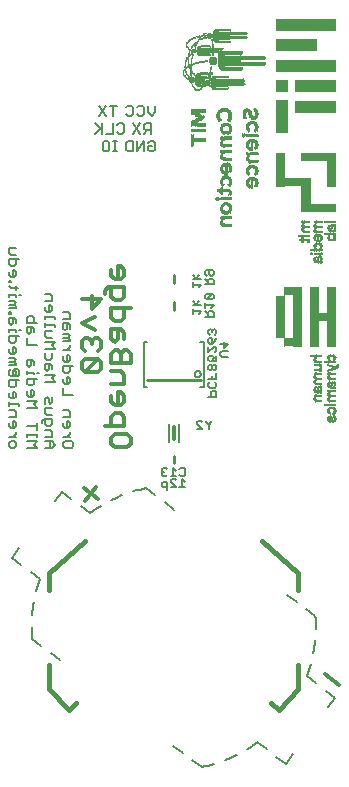
<source format=gbo>
G75*
%MOIN*%
%OFA0B0*%
%FSLAX25Y25*%
%IPPOS*%
%LPD*%
%AMOC8*
5,1,8,0,0,1.08239X$1,22.5*
%
%ADD10R,0.00100X0.01100*%
%ADD11R,0.00100X0.01200*%
%ADD12R,0.00100X0.01300*%
%ADD13R,0.00100X0.01400*%
%ADD14R,0.00100X0.01500*%
%ADD15R,0.00100X0.01000*%
%ADD16R,0.00100X0.00400*%
%ADD17R,0.00100X0.00200*%
%ADD18R,0.00100X0.00800*%
%ADD19R,0.00100X0.00900*%
%ADD20R,0.00100X0.19900*%
%ADD21R,0.00100X0.02800*%
%ADD22R,0.00100X0.11400*%
%ADD23R,0.00100X0.01700*%
%ADD24R,0.00100X0.01600*%
%ADD25R,0.00100X0.02900*%
%ADD26R,0.00100X0.04200*%
%ADD27R,0.00100X0.04100*%
%ADD28R,0.00100X0.02000*%
%ADD29R,0.00100X0.01800*%
%ADD30R,0.00100X0.02500*%
%ADD31R,0.00100X0.02400*%
%ADD32R,0.00100X0.02200*%
%ADD33R,0.00100X0.02600*%
%ADD34R,0.00100X0.02300*%
%ADD35R,0.00100X0.02700*%
%ADD36R,0.00100X0.00700*%
%ADD37R,0.00100X0.02100*%
%ADD38R,0.00100X0.01900*%
%ADD39R,0.00100X0.04000*%
%ADD40R,0.00100X0.00600*%
%ADD41R,0.00100X0.00100*%
%ADD42R,0.00100X0.19700*%
%ADD43R,0.00100X0.11300*%
%ADD44R,0.00100X0.11000*%
%ADD45R,0.00100X0.19800*%
%ADD46R,0.00100X0.14300*%
%ADD47R,0.00100X0.14200*%
%ADD48C,0.00600*%
%ADD49R,0.00200X0.00800*%
%ADD50R,0.00200X0.01000*%
%ADD51R,0.00200X0.01200*%
%ADD52R,0.00200X0.01400*%
%ADD53R,0.00200X0.01600*%
%ADD54R,0.00200X0.00600*%
%ADD55R,0.00200X0.02000*%
%ADD56R,0.00200X0.01800*%
%ADD57R,0.00200X0.02800*%
%ADD58R,0.00200X0.02400*%
%ADD59R,0.00200X0.02600*%
%ADD60R,0.00200X0.03400*%
%ADD61R,0.00200X0.03000*%
%ADD62R,0.00200X0.03600*%
%ADD63R,0.00200X0.03200*%
%ADD64R,0.00200X0.04000*%
%ADD65R,0.00200X0.00400*%
%ADD66R,0.00200X0.00200*%
%ADD67R,0.00200X0.03800*%
%ADD68R,0.00200X0.02200*%
%ADD69R,0.00200X0.04200*%
%ADD70R,0.00200X0.06400*%
%ADD71R,0.00200X0.06600*%
%ADD72R,0.00200X0.06200*%
%ADD73R,0.00200X0.06000*%
%ADD74R,0.00200X0.05600*%
%ADD75R,0.00200X0.04600*%
%ADD76R,0.00200X0.04400*%
%ADD77R,0.00200X0.05000*%
%ADD78R,0.00200X0.05200*%
%ADD79R,0.00200X0.04800*%
%ADD80C,0.01200*%
%ADD81C,0.01600*%
%ADD82C,0.00800*%
%ADD83C,0.00500*%
%ADD84C,0.01000*%
D10*
X0123051Y0209130D03*
X0123051Y0210730D03*
X0127051Y0207630D03*
X0127151Y0209130D03*
X0129051Y0205430D03*
X0128351Y0201630D03*
X0127051Y0201630D03*
X0126451Y0202730D03*
X0127051Y0203230D03*
X0124851Y0204430D03*
X0127951Y0198930D03*
X0128551Y0199030D03*
X0132951Y0206630D03*
X0131633Y0165943D03*
X0131633Y0164343D03*
X0133233Y0162143D03*
X0133333Y0162143D03*
X0133433Y0162143D03*
X0134433Y0162743D03*
X0131633Y0158543D03*
X0133133Y0155743D03*
X0131633Y0154243D03*
X0131733Y0152743D03*
X0131633Y0151243D03*
X0127933Y0155543D03*
X0126433Y0157343D03*
X0127133Y0158543D03*
X0127033Y0160043D03*
X0128333Y0161543D03*
X0128933Y0162643D03*
X0128333Y0163043D03*
X0127033Y0164443D03*
X0127133Y0165943D03*
X0126433Y0151643D03*
X0127033Y0151243D03*
D11*
X0127033Y0152693D03*
X0128533Y0154193D03*
X0128933Y0155293D03*
X0131133Y0153193D03*
X0132533Y0157093D03*
X0133533Y0156793D03*
X0131633Y0159993D03*
X0133033Y0164393D03*
X0133533Y0165393D03*
X0133033Y0165893D03*
X0134333Y0162693D03*
X0127033Y0165893D03*
X0126533Y0158993D03*
X0133633Y0147793D03*
X0132633Y0144493D03*
X0128551Y0197580D03*
X0128951Y0202680D03*
X0131651Y0206580D03*
X0133051Y0205080D03*
X0133551Y0205480D03*
X0133151Y0208080D03*
X0132551Y0209380D03*
X0127051Y0210680D03*
X0122451Y0209580D03*
X0122451Y0207980D03*
X0124351Y0204580D03*
X0124751Y0204480D03*
D12*
X0124651Y0204530D03*
X0124551Y0204530D03*
X0124451Y0204530D03*
X0126451Y0205430D03*
X0126551Y0202730D03*
X0128951Y0198630D03*
X0133051Y0206530D03*
X0133551Y0209130D03*
X0126551Y0209630D03*
X0131133Y0165443D03*
X0133033Y0162143D03*
X0133133Y0162143D03*
X0134233Y0162643D03*
X0131133Y0158943D03*
X0132033Y0155843D03*
X0131133Y0151543D03*
X0131033Y0147843D03*
X0131933Y0145643D03*
X0133633Y0145043D03*
X0126533Y0151643D03*
X0126533Y0157343D03*
X0126533Y0164743D03*
D13*
X0126633Y0158993D03*
X0127033Y0158493D03*
X0127833Y0155393D03*
X0128833Y0155293D03*
X0131033Y0156393D03*
X0132433Y0156893D03*
X0131233Y0153193D03*
X0131633Y0152693D03*
X0131033Y0145093D03*
X0132933Y0162193D03*
X0134033Y0162593D03*
X0134133Y0162593D03*
X0128851Y0198680D03*
X0131151Y0205480D03*
X0132051Y0208180D03*
X0132451Y0209180D03*
X0131051Y0208680D03*
X0127051Y0209080D03*
X0126651Y0209580D03*
X0126551Y0207980D03*
X0122551Y0207980D03*
X0122551Y0209580D03*
D14*
X0126651Y0207930D03*
X0128951Y0205430D03*
X0128851Y0202730D03*
X0127851Y0198730D03*
X0127451Y0197730D03*
X0126451Y0198230D03*
X0133433Y0165443D03*
X0133933Y0162543D03*
X0132833Y0162143D03*
X0132733Y0162143D03*
X0131233Y0158943D03*
X0133433Y0156843D03*
X0131233Y0151543D03*
X0127433Y0154343D03*
X0126433Y0154843D03*
X0126633Y0157343D03*
X0126633Y0151643D03*
X0128833Y0162643D03*
D15*
X0128233Y0161493D03*
X0127133Y0160093D03*
X0126433Y0158993D03*
X0127033Y0156993D03*
X0128533Y0155693D03*
X0128433Y0154093D03*
X0128333Y0154093D03*
X0127333Y0154093D03*
X0127133Y0152793D03*
X0127133Y0151193D03*
X0131033Y0151593D03*
X0131033Y0153193D03*
X0131733Y0154293D03*
X0131533Y0155693D03*
X0131533Y0157093D03*
X0131733Y0158493D03*
X0131033Y0158893D03*
X0131733Y0160093D03*
X0131833Y0160093D03*
X0131133Y0163093D03*
X0131733Y0164293D03*
X0132833Y0164293D03*
X0132933Y0164293D03*
X0132933Y0165993D03*
X0132733Y0166093D03*
X0131733Y0165993D03*
X0131033Y0165393D03*
X0127233Y0165993D03*
X0126433Y0164793D03*
X0133133Y0157193D03*
X0133633Y0156793D03*
X0133733Y0162193D03*
X0133833Y0162293D03*
X0131633Y0148593D03*
X0133033Y0147093D03*
X0133133Y0145793D03*
X0128451Y0197480D03*
X0127351Y0197480D03*
X0126351Y0198180D03*
X0128051Y0199080D03*
X0128951Y0200280D03*
X0128251Y0201580D03*
X0127151Y0201580D03*
X0127151Y0203280D03*
X0127351Y0203380D03*
X0128051Y0203380D03*
X0128351Y0203280D03*
X0128451Y0204680D03*
X0128451Y0206180D03*
X0126951Y0206180D03*
X0126951Y0204780D03*
X0124951Y0204380D03*
X0123051Y0207580D03*
X0122351Y0207980D03*
X0123151Y0210780D03*
X0126451Y0209580D03*
X0127151Y0210780D03*
X0127251Y0210780D03*
X0126451Y0207980D03*
X0131051Y0205480D03*
X0131651Y0204980D03*
X0132851Y0204880D03*
X0132951Y0204980D03*
X0133651Y0205480D03*
X0132851Y0206680D03*
X0132751Y0206680D03*
X0131851Y0206680D03*
X0131751Y0206680D03*
X0131951Y0207980D03*
X0133051Y0207980D03*
X0133151Y0209580D03*
X0132651Y0209580D03*
X0125451Y0200280D03*
D16*
X0122251Y0207980D03*
X0122251Y0209580D03*
X0133733Y0147793D03*
X0133733Y0145093D03*
D17*
X0133733Y0165393D03*
D18*
X0133633Y0164193D03*
X0133533Y0164193D03*
X0133433Y0164193D03*
X0132533Y0164193D03*
X0132433Y0164193D03*
X0132333Y0164193D03*
X0132233Y0164193D03*
X0132133Y0164193D03*
X0131133Y0164193D03*
X0129933Y0164193D03*
X0129033Y0164293D03*
X0128833Y0164293D03*
X0128733Y0164293D03*
X0128633Y0164293D03*
X0128533Y0164293D03*
X0128433Y0164293D03*
X0128333Y0164293D03*
X0128233Y0164293D03*
X0128133Y0164293D03*
X0128033Y0164293D03*
X0127933Y0164293D03*
X0127833Y0164293D03*
X0127733Y0164293D03*
X0127633Y0164293D03*
X0127533Y0164293D03*
X0127433Y0164293D03*
X0127333Y0164293D03*
X0129033Y0165993D03*
X0131933Y0162793D03*
X0132033Y0162793D03*
X0132233Y0162693D03*
X0132333Y0162693D03*
X0132433Y0162593D03*
X0132533Y0162593D03*
X0132533Y0161693D03*
X0132433Y0161693D03*
X0132233Y0161593D03*
X0132133Y0161593D03*
X0132033Y0161593D03*
X0131933Y0161493D03*
X0131833Y0161493D03*
X0131733Y0161493D03*
X0131633Y0161393D03*
X0131533Y0161393D03*
X0131233Y0161293D03*
X0131233Y0160193D03*
X0131133Y0160193D03*
X0131033Y0160193D03*
X0129033Y0160193D03*
X0128933Y0160193D03*
X0128833Y0160193D03*
X0128733Y0160193D03*
X0128633Y0160193D03*
X0128533Y0160193D03*
X0128433Y0160193D03*
X0128333Y0160193D03*
X0128233Y0160193D03*
X0128133Y0160193D03*
X0128033Y0160193D03*
X0127933Y0160193D03*
X0127833Y0160193D03*
X0127733Y0160193D03*
X0127633Y0160193D03*
X0127533Y0160193D03*
X0127433Y0160193D03*
X0126633Y0160193D03*
X0126533Y0160193D03*
X0126433Y0160193D03*
X0127833Y0161393D03*
X0128833Y0161393D03*
X0128933Y0161393D03*
X0129033Y0161393D03*
X0129033Y0156893D03*
X0128933Y0156893D03*
X0128833Y0156893D03*
X0128733Y0156893D03*
X0128633Y0156893D03*
X0128533Y0156893D03*
X0128433Y0156893D03*
X0128333Y0156893D03*
X0128233Y0156893D03*
X0128133Y0156893D03*
X0128033Y0156893D03*
X0127933Y0156893D03*
X0127833Y0156893D03*
X0127733Y0156893D03*
X0127633Y0156893D03*
X0127533Y0156893D03*
X0127433Y0156893D03*
X0127333Y0156893D03*
X0127233Y0156893D03*
X0127133Y0155693D03*
X0128233Y0155793D03*
X0128333Y0155793D03*
X0128933Y0153993D03*
X0129033Y0153993D03*
X0131033Y0154393D03*
X0131133Y0154393D03*
X0131233Y0154393D03*
X0131933Y0154393D03*
X0132033Y0154393D03*
X0132133Y0154393D03*
X0132233Y0154393D03*
X0132333Y0154393D03*
X0132433Y0154393D03*
X0132533Y0154393D03*
X0132633Y0154393D03*
X0132733Y0154393D03*
X0132833Y0154393D03*
X0132933Y0154393D03*
X0133033Y0154393D03*
X0133133Y0154393D03*
X0133233Y0154393D03*
X0133333Y0154393D03*
X0133433Y0154393D03*
X0133533Y0154393D03*
X0133633Y0154393D03*
X0133633Y0155493D03*
X0133433Y0155593D03*
X0132833Y0155593D03*
X0132733Y0155593D03*
X0132633Y0155593D03*
X0132533Y0155593D03*
X0132433Y0155593D03*
X0131833Y0155593D03*
X0131733Y0155593D03*
X0130933Y0156393D03*
X0131733Y0157193D03*
X0132733Y0157293D03*
X0132833Y0157293D03*
X0132933Y0157293D03*
X0133033Y0157293D03*
X0133633Y0158393D03*
X0133633Y0160193D03*
X0133633Y0152793D03*
X0133633Y0151093D03*
X0133533Y0151093D03*
X0133433Y0151093D03*
X0133333Y0151093D03*
X0133233Y0151093D03*
X0133133Y0151093D03*
X0133033Y0151093D03*
X0132933Y0151093D03*
X0132833Y0151093D03*
X0132733Y0151093D03*
X0132633Y0151093D03*
X0132533Y0151093D03*
X0132433Y0151093D03*
X0132333Y0151093D03*
X0132233Y0151093D03*
X0132133Y0151093D03*
X0132033Y0151093D03*
X0131933Y0151093D03*
X0131933Y0149893D03*
X0132033Y0149893D03*
X0132133Y0149893D03*
X0132233Y0149893D03*
X0132333Y0149893D03*
X0132433Y0149893D03*
X0132533Y0149893D03*
X0132633Y0149893D03*
X0132733Y0149893D03*
X0132833Y0149893D03*
X0132933Y0149893D03*
X0133033Y0149893D03*
X0133133Y0149893D03*
X0133233Y0149893D03*
X0133333Y0149893D03*
X0133433Y0149893D03*
X0133533Y0149893D03*
X0133633Y0149893D03*
X0131833Y0149893D03*
X0131733Y0149893D03*
X0131633Y0149893D03*
X0131533Y0149893D03*
X0131433Y0149893D03*
X0131333Y0149893D03*
X0131233Y0149893D03*
X0131133Y0149893D03*
X0131033Y0149893D03*
X0130533Y0149893D03*
X0130433Y0149893D03*
X0130333Y0149893D03*
X0130233Y0149893D03*
X0130133Y0149893D03*
X0130033Y0149893D03*
X0129933Y0149893D03*
X0129033Y0151093D03*
X0128833Y0151093D03*
X0128733Y0151093D03*
X0128633Y0151093D03*
X0128533Y0151093D03*
X0128433Y0151093D03*
X0128333Y0151093D03*
X0128233Y0151093D03*
X0128133Y0151093D03*
X0128033Y0151093D03*
X0127933Y0151093D03*
X0127833Y0151093D03*
X0127733Y0151093D03*
X0127633Y0151093D03*
X0127533Y0151093D03*
X0127433Y0151093D03*
X0126633Y0152893D03*
X0126533Y0152893D03*
X0127033Y0154093D03*
X0131633Y0145893D03*
X0131733Y0145893D03*
X0132833Y0145993D03*
X0132833Y0144293D03*
X0132933Y0144293D03*
X0133033Y0144293D03*
X0131733Y0144293D03*
X0131633Y0144293D03*
X0131533Y0144393D03*
X0130933Y0145093D03*
X0129051Y0197380D03*
X0128951Y0197380D03*
X0128251Y0199180D03*
X0128251Y0200280D03*
X0128151Y0200280D03*
X0128051Y0200280D03*
X0127951Y0200280D03*
X0127851Y0200280D03*
X0127751Y0200280D03*
X0127651Y0200280D03*
X0127551Y0200280D03*
X0127451Y0200280D03*
X0127351Y0200280D03*
X0127251Y0200280D03*
X0127151Y0200280D03*
X0127051Y0200280D03*
X0126951Y0200280D03*
X0126851Y0200280D03*
X0126751Y0200280D03*
X0126651Y0200280D03*
X0126551Y0200280D03*
X0126451Y0200280D03*
X0125951Y0200280D03*
X0125851Y0200280D03*
X0125751Y0200280D03*
X0125651Y0200280D03*
X0125551Y0200280D03*
X0125351Y0200280D03*
X0125351Y0201480D03*
X0125551Y0201480D03*
X0125651Y0201480D03*
X0125751Y0201480D03*
X0125851Y0201480D03*
X0125951Y0201480D03*
X0126051Y0201480D03*
X0126151Y0201480D03*
X0126251Y0201480D03*
X0126351Y0201480D03*
X0126451Y0201480D03*
X0126551Y0201480D03*
X0127451Y0201480D03*
X0127551Y0201480D03*
X0127651Y0201480D03*
X0127751Y0201480D03*
X0127851Y0201480D03*
X0127951Y0201480D03*
X0128851Y0201480D03*
X0129051Y0201480D03*
X0129051Y0200280D03*
X0128851Y0200280D03*
X0128751Y0200280D03*
X0128651Y0200280D03*
X0128551Y0200280D03*
X0128451Y0200280D03*
X0128351Y0200280D03*
X0127051Y0197480D03*
X0126351Y0202680D03*
X0127251Y0204580D03*
X0126351Y0205480D03*
X0127351Y0206380D03*
X0127951Y0206380D03*
X0128051Y0206380D03*
X0127451Y0207480D03*
X0129051Y0207480D03*
X0129951Y0206680D03*
X0129051Y0209180D03*
X0129051Y0210780D03*
X0129951Y0210780D03*
X0131651Y0209480D03*
X0131751Y0209580D03*
X0132851Y0209680D03*
X0132951Y0209680D03*
X0133651Y0210780D03*
X0133651Y0207880D03*
X0133551Y0207880D03*
X0133651Y0206680D03*
X0132451Y0204780D03*
X0132351Y0204780D03*
X0132251Y0204780D03*
X0124951Y0207480D03*
X0124251Y0204780D03*
X0124151Y0204780D03*
X0124051Y0204780D03*
X0123951Y0204780D03*
X0123851Y0204780D03*
X0123751Y0204780D03*
X0123651Y0204780D03*
X0123551Y0204780D03*
X0123451Y0204780D03*
X0123351Y0204780D03*
X0123251Y0204780D03*
X0123151Y0204780D03*
X0123051Y0204780D03*
X0122951Y0204780D03*
X0122251Y0204780D03*
X0122151Y0204780D03*
X0122051Y0204780D03*
X0121951Y0204780D03*
X0121851Y0204780D03*
X0121751Y0204780D03*
X0121651Y0204780D03*
X0121551Y0204780D03*
X0121451Y0204780D03*
X0121951Y0206280D03*
X0122351Y0210780D03*
X0124951Y0210780D03*
D19*
X0124851Y0210830D03*
X0124751Y0210830D03*
X0124651Y0210830D03*
X0124551Y0210830D03*
X0124451Y0210830D03*
X0124351Y0210830D03*
X0124251Y0210830D03*
X0124151Y0210830D03*
X0124051Y0210830D03*
X0123951Y0210830D03*
X0123851Y0210830D03*
X0123751Y0210830D03*
X0123651Y0210830D03*
X0123551Y0210830D03*
X0123451Y0210830D03*
X0123351Y0210830D03*
X0123251Y0210830D03*
X0122551Y0210830D03*
X0122451Y0210830D03*
X0122351Y0209630D03*
X0123151Y0209130D03*
X0123251Y0209130D03*
X0123351Y0209130D03*
X0123451Y0209130D03*
X0123551Y0209130D03*
X0123651Y0209130D03*
X0123751Y0209130D03*
X0123851Y0209130D03*
X0123951Y0209130D03*
X0124051Y0209130D03*
X0124151Y0209130D03*
X0124251Y0209130D03*
X0124351Y0209130D03*
X0124451Y0209130D03*
X0124551Y0209130D03*
X0124651Y0209130D03*
X0124751Y0209130D03*
X0124851Y0209130D03*
X0124951Y0209130D03*
X0124851Y0207530D03*
X0124751Y0207530D03*
X0124651Y0207530D03*
X0124551Y0207530D03*
X0124451Y0207530D03*
X0124351Y0207530D03*
X0124251Y0207530D03*
X0124151Y0207530D03*
X0124051Y0207530D03*
X0123951Y0207530D03*
X0123851Y0207530D03*
X0123751Y0207530D03*
X0123651Y0207530D03*
X0123551Y0207530D03*
X0123451Y0207530D03*
X0123351Y0207530D03*
X0123251Y0207530D03*
X0123151Y0207530D03*
X0123151Y0206230D03*
X0123051Y0206230D03*
X0122951Y0206230D03*
X0122851Y0206230D03*
X0122751Y0206230D03*
X0122651Y0206230D03*
X0122551Y0206230D03*
X0122451Y0206230D03*
X0122351Y0206230D03*
X0121851Y0206230D03*
X0121751Y0206230D03*
X0121651Y0206230D03*
X0121551Y0206230D03*
X0121451Y0206230D03*
X0121351Y0206230D03*
X0123251Y0206230D03*
X0123351Y0206230D03*
X0123451Y0206230D03*
X0123551Y0206230D03*
X0123651Y0206230D03*
X0123751Y0206230D03*
X0123851Y0206230D03*
X0123951Y0206230D03*
X0124051Y0206230D03*
X0124151Y0206230D03*
X0124251Y0206230D03*
X0124351Y0206230D03*
X0124451Y0206230D03*
X0124551Y0206230D03*
X0124651Y0206230D03*
X0124751Y0206230D03*
X0124851Y0206230D03*
X0124951Y0206230D03*
X0127051Y0206230D03*
X0127151Y0206330D03*
X0127251Y0206330D03*
X0128151Y0206330D03*
X0128251Y0206330D03*
X0128351Y0206230D03*
X0128351Y0207530D03*
X0128251Y0207530D03*
X0128151Y0207530D03*
X0128051Y0207530D03*
X0127951Y0207530D03*
X0127851Y0207530D03*
X0127751Y0207530D03*
X0127651Y0207530D03*
X0127551Y0207530D03*
X0127351Y0207530D03*
X0127251Y0207530D03*
X0127151Y0207530D03*
X0128451Y0207530D03*
X0128551Y0207530D03*
X0128651Y0207530D03*
X0128751Y0207530D03*
X0128851Y0207530D03*
X0128951Y0207530D03*
X0130051Y0206730D03*
X0130151Y0206730D03*
X0130251Y0206730D03*
X0130351Y0206730D03*
X0130451Y0206730D03*
X0130551Y0206730D03*
X0130651Y0206730D03*
X0130751Y0206730D03*
X0130851Y0206730D03*
X0130951Y0206730D03*
X0131051Y0206730D03*
X0131151Y0206730D03*
X0131951Y0206730D03*
X0132051Y0206730D03*
X0132151Y0206730D03*
X0132251Y0206730D03*
X0132351Y0206730D03*
X0132451Y0206730D03*
X0132551Y0206730D03*
X0132651Y0206730D03*
X0133551Y0206730D03*
X0132951Y0207930D03*
X0132851Y0207930D03*
X0132751Y0207930D03*
X0132651Y0207930D03*
X0132551Y0207930D03*
X0132451Y0207930D03*
X0131851Y0207930D03*
X0131751Y0207930D03*
X0131651Y0207930D03*
X0131551Y0208030D03*
X0130951Y0208730D03*
X0131551Y0209430D03*
X0132751Y0209630D03*
X0133051Y0209630D03*
X0133651Y0209130D03*
X0133551Y0210830D03*
X0133451Y0210830D03*
X0133351Y0210830D03*
X0133251Y0210830D03*
X0133151Y0210830D03*
X0133051Y0210830D03*
X0132951Y0210830D03*
X0132851Y0210830D03*
X0132751Y0210830D03*
X0132651Y0210830D03*
X0132551Y0210830D03*
X0132451Y0210830D03*
X0132351Y0210830D03*
X0132251Y0210830D03*
X0132151Y0210830D03*
X0132051Y0210830D03*
X0131951Y0210830D03*
X0131851Y0210830D03*
X0131751Y0210830D03*
X0131651Y0210830D03*
X0131551Y0210830D03*
X0131451Y0210830D03*
X0131351Y0210830D03*
X0131251Y0210830D03*
X0131151Y0210830D03*
X0131051Y0210830D03*
X0130951Y0210830D03*
X0130851Y0210830D03*
X0130751Y0210830D03*
X0130651Y0210830D03*
X0130551Y0210830D03*
X0130451Y0210830D03*
X0130351Y0210830D03*
X0130251Y0210830D03*
X0130151Y0210830D03*
X0130051Y0210830D03*
X0128951Y0210830D03*
X0128851Y0210830D03*
X0128751Y0210830D03*
X0128651Y0210830D03*
X0128551Y0210830D03*
X0128451Y0210830D03*
X0128351Y0210830D03*
X0128251Y0210830D03*
X0128151Y0210830D03*
X0128051Y0210830D03*
X0127951Y0210830D03*
X0127851Y0210830D03*
X0127751Y0210830D03*
X0127651Y0210830D03*
X0127551Y0210830D03*
X0127451Y0210830D03*
X0127351Y0210830D03*
X0126651Y0210830D03*
X0126551Y0210830D03*
X0126451Y0210830D03*
X0127251Y0209130D03*
X0127351Y0209130D03*
X0127451Y0209130D03*
X0127551Y0209130D03*
X0127651Y0209130D03*
X0127751Y0209130D03*
X0127851Y0209130D03*
X0127951Y0209130D03*
X0128051Y0209130D03*
X0128151Y0209130D03*
X0128251Y0209130D03*
X0128351Y0209130D03*
X0128451Y0209130D03*
X0128551Y0209130D03*
X0128651Y0209130D03*
X0128751Y0209130D03*
X0128851Y0209130D03*
X0128951Y0209130D03*
X0128351Y0204530D03*
X0127351Y0204530D03*
X0127151Y0204630D03*
X0127051Y0204630D03*
X0127451Y0203430D03*
X0127551Y0203430D03*
X0127651Y0203430D03*
X0127751Y0203430D03*
X0127851Y0203430D03*
X0127951Y0203430D03*
X0128151Y0203330D03*
X0128251Y0203330D03*
X0127251Y0203330D03*
X0127251Y0201530D03*
X0127351Y0201530D03*
X0128051Y0201530D03*
X0128151Y0201530D03*
X0128951Y0201430D03*
X0129051Y0202730D03*
X0131751Y0204930D03*
X0131851Y0204830D03*
X0131951Y0204830D03*
X0132051Y0204830D03*
X0132151Y0204830D03*
X0132551Y0204830D03*
X0132651Y0204830D03*
X0132751Y0204830D03*
X0129051Y0198630D03*
X0128451Y0199130D03*
X0128351Y0199130D03*
X0128151Y0199130D03*
X0127151Y0199030D03*
X0127051Y0199030D03*
X0126951Y0198930D03*
X0126951Y0197530D03*
X0127151Y0197430D03*
X0127251Y0197430D03*
X0127851Y0197430D03*
X0127951Y0197430D03*
X0128051Y0197430D03*
X0128151Y0197430D03*
X0128251Y0197430D03*
X0128351Y0197430D03*
X0128851Y0197430D03*
X0125451Y0201430D03*
X0125433Y0166043D03*
X0125533Y0166043D03*
X0125633Y0166043D03*
X0125733Y0166043D03*
X0125833Y0166043D03*
X0125933Y0166043D03*
X0126033Y0166043D03*
X0126133Y0166043D03*
X0126233Y0166043D03*
X0126333Y0166043D03*
X0126433Y0166043D03*
X0126533Y0166043D03*
X0127333Y0166043D03*
X0127433Y0166043D03*
X0127533Y0166043D03*
X0127633Y0166043D03*
X0127733Y0166043D03*
X0127833Y0166043D03*
X0127933Y0166043D03*
X0128033Y0166043D03*
X0128133Y0166043D03*
X0128233Y0166043D03*
X0128333Y0166043D03*
X0128433Y0166043D03*
X0128533Y0166043D03*
X0128633Y0166043D03*
X0128733Y0166043D03*
X0128833Y0166043D03*
X0128933Y0166043D03*
X0128933Y0164243D03*
X0130033Y0164243D03*
X0130133Y0164243D03*
X0130233Y0164243D03*
X0130333Y0164243D03*
X0130433Y0164243D03*
X0130533Y0164243D03*
X0130633Y0164243D03*
X0130733Y0164243D03*
X0130833Y0164243D03*
X0130933Y0164243D03*
X0131033Y0164243D03*
X0131833Y0164243D03*
X0131933Y0164243D03*
X0132033Y0164243D03*
X0132633Y0164243D03*
X0132733Y0164243D03*
X0133633Y0165443D03*
X0132833Y0166043D03*
X0132633Y0166143D03*
X0132533Y0166143D03*
X0132433Y0166143D03*
X0132333Y0166143D03*
X0132233Y0166143D03*
X0132133Y0166143D03*
X0132033Y0166143D03*
X0131933Y0166143D03*
X0131833Y0166043D03*
X0131033Y0163143D03*
X0131233Y0163043D03*
X0131333Y0163043D03*
X0131433Y0162943D03*
X0131533Y0162943D03*
X0131633Y0162943D03*
X0131733Y0162843D03*
X0131833Y0162843D03*
X0132133Y0162743D03*
X0132333Y0161643D03*
X0131433Y0161343D03*
X0131333Y0161343D03*
X0131133Y0161243D03*
X0131033Y0161243D03*
X0131933Y0160143D03*
X0132033Y0160143D03*
X0132133Y0160143D03*
X0132233Y0160143D03*
X0132333Y0160143D03*
X0132433Y0160143D03*
X0132533Y0160143D03*
X0132633Y0160143D03*
X0132733Y0160143D03*
X0132833Y0160143D03*
X0132933Y0160143D03*
X0133033Y0160143D03*
X0133133Y0160143D03*
X0133233Y0160143D03*
X0133333Y0160143D03*
X0133433Y0160143D03*
X0133533Y0160143D03*
X0133533Y0158443D03*
X0133433Y0158443D03*
X0133333Y0158443D03*
X0133233Y0158443D03*
X0133133Y0158443D03*
X0133033Y0158443D03*
X0132933Y0158443D03*
X0132833Y0158443D03*
X0132733Y0158443D03*
X0132633Y0158443D03*
X0132533Y0158443D03*
X0132433Y0158443D03*
X0132333Y0158443D03*
X0132233Y0158443D03*
X0132133Y0158443D03*
X0132033Y0158443D03*
X0131933Y0158443D03*
X0131833Y0158443D03*
X0131633Y0157143D03*
X0132633Y0157243D03*
X0132933Y0155643D03*
X0133033Y0155643D03*
X0133533Y0155543D03*
X0131933Y0155643D03*
X0131633Y0155643D03*
X0131833Y0154343D03*
X0131833Y0152743D03*
X0131933Y0152743D03*
X0132033Y0152743D03*
X0132133Y0152743D03*
X0132233Y0152743D03*
X0132333Y0152743D03*
X0132433Y0152743D03*
X0132533Y0152743D03*
X0132633Y0152743D03*
X0132733Y0152743D03*
X0132833Y0152743D03*
X0132933Y0152743D03*
X0133033Y0152743D03*
X0133133Y0152743D03*
X0133233Y0152743D03*
X0133333Y0152743D03*
X0133433Y0152743D03*
X0133533Y0152743D03*
X0131833Y0151143D03*
X0131733Y0151143D03*
X0131833Y0148743D03*
X0131933Y0148743D03*
X0132033Y0148743D03*
X0132133Y0148743D03*
X0132233Y0148743D03*
X0132333Y0148743D03*
X0132433Y0148743D03*
X0132533Y0148743D03*
X0132633Y0148743D03*
X0132733Y0148743D03*
X0132833Y0148643D03*
X0132933Y0148643D03*
X0133033Y0148543D03*
X0131733Y0148643D03*
X0131733Y0147043D03*
X0131633Y0147043D03*
X0131833Y0146943D03*
X0132733Y0146943D03*
X0132833Y0146943D03*
X0132933Y0147043D03*
X0132933Y0145943D03*
X0133033Y0145843D03*
X0131833Y0145843D03*
X0131533Y0145843D03*
X0132733Y0144343D03*
X0133133Y0144343D03*
X0128933Y0151143D03*
X0127333Y0151143D03*
X0127233Y0151143D03*
X0127233Y0152843D03*
X0127333Y0152843D03*
X0127433Y0152843D03*
X0127533Y0152843D03*
X0127633Y0152843D03*
X0127733Y0152843D03*
X0127833Y0152843D03*
X0127933Y0152843D03*
X0128033Y0152843D03*
X0128133Y0152843D03*
X0128233Y0152843D03*
X0128333Y0152843D03*
X0128433Y0152843D03*
X0128533Y0152843D03*
X0128633Y0152843D03*
X0128733Y0152843D03*
X0128833Y0152843D03*
X0128933Y0152843D03*
X0128833Y0154043D03*
X0128233Y0154043D03*
X0128133Y0154043D03*
X0128033Y0154043D03*
X0127933Y0154043D03*
X0127833Y0154043D03*
X0127233Y0154043D03*
X0127133Y0154043D03*
X0126933Y0154143D03*
X0126333Y0154843D03*
X0126933Y0155543D03*
X0127033Y0155643D03*
X0128033Y0155743D03*
X0128133Y0155743D03*
X0128433Y0155743D03*
X0129033Y0155243D03*
X0127133Y0156943D03*
X0127233Y0158543D03*
X0127333Y0158543D03*
X0127433Y0158543D03*
X0127533Y0158543D03*
X0127633Y0158543D03*
X0127733Y0158543D03*
X0127833Y0158543D03*
X0127933Y0158543D03*
X0128033Y0158543D03*
X0128133Y0158543D03*
X0128233Y0158543D03*
X0128333Y0158543D03*
X0128433Y0158543D03*
X0128533Y0158543D03*
X0128633Y0158543D03*
X0128733Y0158543D03*
X0128833Y0158543D03*
X0128933Y0158543D03*
X0127333Y0160143D03*
X0127233Y0160143D03*
X0127233Y0161443D03*
X0127333Y0161443D03*
X0127433Y0161443D03*
X0127533Y0161443D03*
X0127633Y0161443D03*
X0127733Y0161443D03*
X0127933Y0161443D03*
X0128033Y0161443D03*
X0128133Y0161443D03*
X0127133Y0161443D03*
X0127033Y0161443D03*
X0126933Y0161443D03*
X0126833Y0161443D03*
X0126733Y0161443D03*
X0126633Y0161443D03*
X0126533Y0161443D03*
X0126433Y0161443D03*
X0126433Y0163143D03*
X0126533Y0163143D03*
X0126633Y0163143D03*
X0126733Y0163143D03*
X0126833Y0163143D03*
X0126933Y0163143D03*
X0127033Y0163143D03*
X0127133Y0163143D03*
X0127233Y0163143D03*
X0127333Y0163143D03*
X0127433Y0163143D03*
X0127533Y0163143D03*
X0127633Y0163143D03*
X0127733Y0163143D03*
X0127833Y0163143D03*
X0127933Y0163143D03*
X0128033Y0163143D03*
X0128133Y0163143D03*
X0128233Y0163143D03*
X0129033Y0162643D03*
X0127233Y0164343D03*
X0127133Y0164343D03*
X0125333Y0166043D03*
X0126433Y0152843D03*
X0133533Y0162143D03*
X0133633Y0162143D03*
D20*
X0133633Y0179243D03*
X0133533Y0179243D03*
X0133433Y0179243D03*
X0133333Y0179243D03*
X0133233Y0179243D03*
X0133133Y0179243D03*
X0133033Y0179243D03*
X0132933Y0179243D03*
X0132833Y0179243D03*
X0132733Y0179243D03*
X0132633Y0179243D03*
X0132533Y0179243D03*
X0132433Y0179243D03*
X0132333Y0179243D03*
X0132233Y0179243D03*
X0132133Y0179243D03*
X0132033Y0179243D03*
X0131933Y0179243D03*
X0131833Y0179243D03*
X0131733Y0179243D03*
X0131633Y0179243D03*
X0131533Y0179243D03*
X0131433Y0179243D03*
X0131333Y0179243D03*
X0131233Y0179243D03*
X0131133Y0179243D03*
X0131033Y0179243D03*
X0130933Y0179243D03*
X0130833Y0179243D03*
X0127933Y0179243D03*
X0127833Y0179243D03*
X0127733Y0179243D03*
X0127633Y0179243D03*
X0127533Y0179243D03*
X0127433Y0179243D03*
X0127333Y0179243D03*
X0127233Y0179243D03*
X0127133Y0179243D03*
X0127033Y0179243D03*
X0126933Y0179243D03*
X0126833Y0179243D03*
X0126733Y0179243D03*
X0126633Y0179243D03*
X0126533Y0179243D03*
X0126433Y0179243D03*
X0126333Y0179243D03*
X0126233Y0179243D03*
X0126133Y0179243D03*
X0126033Y0179243D03*
X0125933Y0179243D03*
X0125833Y0179243D03*
X0125733Y0179243D03*
X0125633Y0179243D03*
X0125533Y0179243D03*
X0125433Y0179243D03*
X0125333Y0179243D03*
X0125233Y0179243D03*
X0122233Y0179243D03*
X0122133Y0179243D03*
X0122033Y0179243D03*
X0121933Y0179243D03*
X0121833Y0179243D03*
X0121733Y0179243D03*
X0121633Y0179243D03*
X0121533Y0179243D03*
X0121433Y0179243D03*
X0121333Y0179243D03*
X0121233Y0179243D03*
X0121133Y0179243D03*
X0121033Y0179243D03*
X0120933Y0179243D03*
X0120833Y0179243D03*
X0120733Y0179243D03*
X0120633Y0179243D03*
X0120533Y0179243D03*
X0120433Y0179243D03*
X0120333Y0179243D03*
X0120233Y0179243D03*
X0120133Y0179243D03*
X0120033Y0179243D03*
X0119933Y0179243D03*
X0119833Y0179243D03*
X0119733Y0179243D03*
X0119633Y0179243D03*
X0119533Y0179243D03*
D21*
X0119333Y0170693D03*
X0119233Y0170693D03*
X0119133Y0170693D03*
X0119033Y0170693D03*
X0118933Y0170693D03*
X0118833Y0170693D03*
X0118733Y0170693D03*
X0118633Y0170693D03*
X0118533Y0170693D03*
X0118433Y0170693D03*
X0118333Y0170693D03*
X0118233Y0170693D03*
X0118133Y0170693D03*
X0118033Y0170693D03*
X0117933Y0170693D03*
X0117833Y0170693D03*
X0117733Y0170693D03*
X0117633Y0170693D03*
X0117533Y0170693D03*
X0117433Y0170693D03*
X0117333Y0170693D03*
X0117233Y0170693D03*
X0117133Y0170693D03*
X0117033Y0170693D03*
X0116933Y0170693D03*
X0116833Y0170693D03*
X0116733Y0170693D03*
X0116733Y0187780D03*
X0116833Y0187780D03*
X0116933Y0187780D03*
X0117033Y0187780D03*
X0117133Y0187780D03*
X0117233Y0187780D03*
X0117333Y0187780D03*
X0117433Y0187780D03*
X0117533Y0187780D03*
X0117633Y0187780D03*
X0117733Y0187780D03*
X0117833Y0187780D03*
X0117933Y0187780D03*
X0118033Y0187780D03*
X0118133Y0187780D03*
X0118233Y0187780D03*
X0118333Y0187780D03*
X0118433Y0187780D03*
X0118533Y0187780D03*
X0118633Y0187780D03*
X0118733Y0187780D03*
X0118833Y0187780D03*
X0118933Y0187780D03*
X0119033Y0187780D03*
X0119133Y0187780D03*
X0119233Y0187780D03*
X0119333Y0187780D03*
X0127551Y0205480D03*
X0127651Y0205480D03*
X0127751Y0205480D03*
X0127851Y0205480D03*
X0125251Y0215480D03*
X0116751Y0223980D03*
X0133651Y0215480D03*
D22*
X0133651Y0228280D03*
X0133551Y0228280D03*
X0133451Y0228280D03*
X0133351Y0228280D03*
X0133251Y0228280D03*
X0133151Y0228280D03*
X0133051Y0228280D03*
X0132951Y0228280D03*
X0132851Y0228280D03*
X0132751Y0228280D03*
X0132651Y0228280D03*
X0132551Y0228280D03*
X0132451Y0228280D03*
X0132351Y0228280D03*
X0132251Y0228280D03*
X0132151Y0228280D03*
X0132051Y0228280D03*
X0131951Y0228280D03*
X0131851Y0228280D03*
X0131751Y0228280D03*
X0131651Y0228280D03*
X0131551Y0228280D03*
X0131451Y0228280D03*
X0131351Y0228280D03*
X0131251Y0228280D03*
X0131151Y0228280D03*
X0131051Y0228280D03*
X0130951Y0228280D03*
X0130851Y0228280D03*
X0125051Y0219780D03*
X0124951Y0219780D03*
X0124851Y0219780D03*
X0124751Y0219780D03*
X0124651Y0219780D03*
X0124551Y0219780D03*
X0124451Y0219780D03*
X0124351Y0219780D03*
X0124251Y0219780D03*
X0124151Y0219780D03*
X0124051Y0219780D03*
X0123951Y0219780D03*
X0123851Y0219780D03*
X0123751Y0219780D03*
X0123651Y0219780D03*
X0123551Y0219780D03*
X0123451Y0219780D03*
X0123351Y0219780D03*
X0123251Y0219780D03*
X0123151Y0219780D03*
X0123051Y0219780D03*
X0122951Y0219780D03*
X0122851Y0219780D03*
X0122751Y0219780D03*
X0122651Y0219780D03*
X0122551Y0219780D03*
X0122451Y0219780D03*
X0122351Y0219780D03*
X0116551Y0228280D03*
X0116451Y0228280D03*
X0116351Y0228280D03*
X0116251Y0228280D03*
X0116151Y0228280D03*
X0116051Y0228280D03*
X0115951Y0228280D03*
X0115851Y0228280D03*
X0115751Y0228280D03*
X0115651Y0228280D03*
X0115551Y0228280D03*
X0115451Y0228280D03*
X0115351Y0228280D03*
X0115251Y0228280D03*
X0115151Y0228280D03*
X0115051Y0228280D03*
X0114951Y0228280D03*
X0114851Y0228280D03*
X0114751Y0228280D03*
X0114651Y0228280D03*
X0114551Y0228280D03*
X0114451Y0228280D03*
X0114351Y0228280D03*
X0114251Y0228280D03*
X0114151Y0228280D03*
X0114051Y0228280D03*
X0113951Y0228280D03*
X0113851Y0228280D03*
D23*
X0122351Y0204730D03*
X0122451Y0204730D03*
X0122551Y0204730D03*
X0122651Y0204730D03*
X0122751Y0204730D03*
X0122851Y0204730D03*
X0126551Y0205430D03*
X0131151Y0208730D03*
X0132633Y0162143D03*
X0131133Y0156343D03*
X0126533Y0154843D03*
X0131133Y0145143D03*
X0132533Y0144743D03*
X0133533Y0145043D03*
D24*
X0133533Y0147793D03*
X0131133Y0147793D03*
X0122651Y0207980D03*
D25*
X0125351Y0215530D03*
X0125451Y0215530D03*
X0125551Y0215530D03*
X0125651Y0215530D03*
X0125751Y0215530D03*
X0125851Y0215530D03*
X0125951Y0215530D03*
X0126051Y0215530D03*
X0126151Y0215530D03*
X0126251Y0215530D03*
X0126351Y0215530D03*
X0126451Y0215530D03*
X0126551Y0215530D03*
X0126651Y0215530D03*
X0126751Y0215530D03*
X0126851Y0215530D03*
X0126951Y0215530D03*
X0127051Y0215530D03*
X0127151Y0215530D03*
X0127251Y0215530D03*
X0127351Y0215530D03*
X0127451Y0215530D03*
X0127551Y0215530D03*
X0127651Y0215530D03*
X0127751Y0215530D03*
X0127851Y0215530D03*
X0127951Y0215530D03*
X0128051Y0215530D03*
X0128151Y0215530D03*
X0128251Y0215530D03*
X0128351Y0215530D03*
X0128451Y0215530D03*
X0128551Y0215530D03*
X0128651Y0215530D03*
X0128751Y0215530D03*
X0128851Y0215530D03*
X0128951Y0215530D03*
X0129051Y0215530D03*
X0129151Y0215530D03*
X0129251Y0215530D03*
X0129351Y0215530D03*
X0129451Y0215530D03*
X0129551Y0215530D03*
X0129651Y0215530D03*
X0129751Y0215530D03*
X0129851Y0215530D03*
X0129951Y0215530D03*
X0130051Y0215530D03*
X0130151Y0215530D03*
X0130251Y0215530D03*
X0130351Y0215530D03*
X0130451Y0215530D03*
X0130551Y0215530D03*
X0130651Y0215530D03*
X0130751Y0215530D03*
X0130851Y0215530D03*
X0130951Y0215530D03*
X0131051Y0215530D03*
X0131151Y0215530D03*
X0131251Y0215530D03*
X0131351Y0215530D03*
X0131451Y0215530D03*
X0131551Y0215530D03*
X0131651Y0215530D03*
X0131751Y0215530D03*
X0131851Y0215530D03*
X0131951Y0215530D03*
X0132051Y0215530D03*
X0132151Y0215530D03*
X0132251Y0215530D03*
X0132351Y0215530D03*
X0132451Y0215530D03*
X0132551Y0215530D03*
X0132651Y0215530D03*
X0132751Y0215530D03*
X0132851Y0215530D03*
X0132951Y0215530D03*
X0133051Y0215530D03*
X0133151Y0215530D03*
X0133251Y0215530D03*
X0133351Y0215530D03*
X0133451Y0215530D03*
X0133551Y0215530D03*
X0130751Y0232530D03*
X0130651Y0232530D03*
X0130551Y0232530D03*
X0130451Y0232530D03*
X0130351Y0232530D03*
X0130251Y0232530D03*
X0130151Y0232530D03*
X0130051Y0232530D03*
X0129951Y0232530D03*
X0129851Y0232530D03*
X0129751Y0232530D03*
X0129651Y0232530D03*
X0129551Y0232530D03*
X0129451Y0232530D03*
X0129351Y0232530D03*
X0129251Y0232530D03*
X0129151Y0232530D03*
X0129051Y0232530D03*
X0128951Y0232530D03*
X0128851Y0232530D03*
X0128751Y0232530D03*
X0128651Y0232530D03*
X0128551Y0232530D03*
X0128451Y0232530D03*
X0128351Y0232530D03*
X0128251Y0232530D03*
X0128151Y0232530D03*
X0128051Y0232530D03*
X0127951Y0232530D03*
X0127851Y0232530D03*
X0127751Y0232530D03*
X0127651Y0232530D03*
X0127551Y0232530D03*
X0127451Y0232530D03*
X0127351Y0232530D03*
X0127251Y0232530D03*
X0127151Y0232530D03*
X0127051Y0232530D03*
X0126951Y0232530D03*
X0126851Y0232530D03*
X0126751Y0232530D03*
X0126651Y0232530D03*
X0126551Y0232530D03*
X0126451Y0232530D03*
X0126351Y0232530D03*
X0126251Y0232530D03*
X0126151Y0232530D03*
X0126051Y0232530D03*
X0125951Y0232530D03*
X0125851Y0232530D03*
X0125751Y0232530D03*
X0125651Y0232530D03*
X0125551Y0232530D03*
X0125451Y0232530D03*
X0125351Y0232530D03*
X0125251Y0232530D03*
X0125151Y0232530D03*
X0125051Y0232530D03*
X0124951Y0232530D03*
X0124851Y0232530D03*
X0124751Y0232530D03*
X0124651Y0232530D03*
X0124551Y0232530D03*
X0124451Y0232530D03*
X0124351Y0232530D03*
X0124251Y0232530D03*
X0124151Y0232530D03*
X0124051Y0232530D03*
X0123951Y0232530D03*
X0123851Y0232530D03*
X0123751Y0232530D03*
X0123651Y0232530D03*
X0123551Y0232530D03*
X0123451Y0232530D03*
X0123351Y0232530D03*
X0123251Y0232530D03*
X0123151Y0232530D03*
X0123051Y0232530D03*
X0122951Y0232530D03*
X0122851Y0232530D03*
X0122751Y0232530D03*
X0122651Y0232530D03*
X0122551Y0232530D03*
X0122451Y0232530D03*
X0122351Y0232530D03*
X0122251Y0224030D03*
X0122151Y0224030D03*
X0122051Y0224030D03*
X0121951Y0224030D03*
X0121851Y0224030D03*
X0121751Y0224030D03*
X0121651Y0224030D03*
X0121551Y0224030D03*
X0121451Y0224030D03*
X0121351Y0224030D03*
X0121251Y0224030D03*
X0121151Y0224030D03*
X0121051Y0224030D03*
X0120951Y0224030D03*
X0120851Y0224030D03*
X0120751Y0224030D03*
X0120651Y0224030D03*
X0120551Y0224030D03*
X0120451Y0224030D03*
X0120351Y0224030D03*
X0120251Y0224030D03*
X0120151Y0224030D03*
X0120051Y0224030D03*
X0119951Y0224030D03*
X0119851Y0224030D03*
X0119751Y0224030D03*
X0119651Y0224030D03*
X0119551Y0224030D03*
X0119451Y0224030D03*
X0119351Y0224030D03*
X0119251Y0224030D03*
X0119151Y0224030D03*
X0119051Y0224030D03*
X0118951Y0224030D03*
X0118851Y0224030D03*
X0118751Y0224030D03*
X0118651Y0224030D03*
X0118551Y0224030D03*
X0118451Y0224030D03*
X0118351Y0224030D03*
X0118251Y0224030D03*
X0118151Y0224030D03*
X0118051Y0224030D03*
X0117951Y0224030D03*
X0117851Y0224030D03*
X0117751Y0224030D03*
X0117651Y0224030D03*
X0117551Y0224030D03*
X0117451Y0224030D03*
X0117351Y0224030D03*
X0117251Y0224030D03*
X0117151Y0224030D03*
X0117051Y0224030D03*
X0116951Y0224030D03*
X0116851Y0224030D03*
X0119433Y0187751D03*
X0128033Y0179243D03*
X0128133Y0179243D03*
X0128233Y0179243D03*
X0128333Y0179243D03*
X0128433Y0179243D03*
X0128533Y0179243D03*
X0128633Y0179243D03*
X0128733Y0179243D03*
X0128833Y0179243D03*
X0128933Y0179243D03*
X0129033Y0179243D03*
X0129133Y0179243D03*
X0129233Y0179243D03*
X0129333Y0179243D03*
X0129433Y0179243D03*
X0129533Y0179243D03*
X0129633Y0179243D03*
X0129733Y0179243D03*
X0129833Y0179243D03*
X0129933Y0179243D03*
X0130033Y0179243D03*
X0130133Y0179243D03*
X0130233Y0179243D03*
X0130333Y0179243D03*
X0130433Y0179243D03*
X0130533Y0179243D03*
X0130633Y0179243D03*
X0130733Y0179243D03*
X0119433Y0170743D03*
D26*
X0122851Y0209180D03*
X0122951Y0209180D03*
X0126851Y0209180D03*
X0126951Y0209180D03*
X0126951Y0249180D03*
X0126851Y0249180D03*
X0126751Y0249180D03*
X0126651Y0249180D03*
X0126551Y0249180D03*
X0126451Y0249180D03*
X0126351Y0249180D03*
X0126251Y0249180D03*
X0126151Y0249180D03*
X0126051Y0249180D03*
X0125951Y0249180D03*
X0125851Y0249180D03*
X0125751Y0249180D03*
X0125651Y0249180D03*
X0125551Y0249180D03*
X0125451Y0249180D03*
X0125351Y0249180D03*
X0125251Y0249180D03*
X0125151Y0249180D03*
X0125051Y0249180D03*
X0124951Y0249180D03*
X0124851Y0249180D03*
X0124751Y0249180D03*
X0124651Y0249180D03*
X0124551Y0249180D03*
X0124451Y0249180D03*
X0124351Y0249180D03*
X0124251Y0249180D03*
X0124151Y0249180D03*
X0124051Y0249180D03*
X0123951Y0249180D03*
X0123851Y0249180D03*
X0123751Y0249180D03*
X0123651Y0249180D03*
X0123551Y0249180D03*
X0123451Y0249180D03*
X0123351Y0249180D03*
X0123251Y0249180D03*
X0123151Y0249180D03*
X0123051Y0249180D03*
X0122951Y0249180D03*
X0122851Y0249180D03*
X0122751Y0249180D03*
X0122651Y0249180D03*
X0122551Y0249180D03*
X0122451Y0249180D03*
X0122351Y0249180D03*
X0122251Y0249180D03*
X0122151Y0249180D03*
X0122051Y0249180D03*
X0121951Y0249180D03*
X0121851Y0249180D03*
X0121751Y0249180D03*
X0121651Y0249180D03*
X0121551Y0249180D03*
X0121451Y0249180D03*
X0121351Y0249180D03*
X0121251Y0249180D03*
X0121151Y0249180D03*
X0121051Y0249180D03*
X0120951Y0249180D03*
X0120851Y0249180D03*
X0120751Y0249180D03*
X0120651Y0249180D03*
X0120551Y0249180D03*
X0120451Y0249180D03*
X0120351Y0249180D03*
X0120251Y0249180D03*
X0117651Y0256080D03*
X0117651Y0262880D03*
X0117551Y0262880D03*
X0117451Y0262880D03*
X0117351Y0262880D03*
X0117251Y0262880D03*
X0117151Y0262880D03*
X0117051Y0262880D03*
X0116951Y0262880D03*
X0116851Y0262880D03*
X0116751Y0262880D03*
X0116651Y0262880D03*
X0116551Y0262880D03*
X0116451Y0262880D03*
X0116351Y0262880D03*
X0116251Y0262880D03*
X0116151Y0262880D03*
X0116051Y0262880D03*
X0115951Y0262880D03*
X0115851Y0262880D03*
X0115751Y0262880D03*
X0115651Y0262880D03*
X0115551Y0262880D03*
X0115451Y0262880D03*
X0115351Y0262880D03*
X0115251Y0262880D03*
X0115151Y0262880D03*
X0115051Y0262880D03*
X0114951Y0262880D03*
X0114851Y0262880D03*
X0114751Y0262880D03*
X0114651Y0262880D03*
X0114551Y0262880D03*
X0114451Y0262880D03*
X0114351Y0262880D03*
X0114251Y0262880D03*
X0114151Y0262880D03*
X0114051Y0262880D03*
X0113951Y0262880D03*
X0113951Y0269680D03*
X0113851Y0269680D03*
X0114051Y0269680D03*
X0114151Y0269680D03*
X0114251Y0269680D03*
X0114351Y0269680D03*
X0114451Y0269680D03*
X0114551Y0269680D03*
X0114651Y0269680D03*
X0114751Y0269680D03*
X0114851Y0269680D03*
X0114951Y0269680D03*
X0115051Y0269680D03*
X0115151Y0269680D03*
X0115251Y0269680D03*
X0115351Y0269680D03*
X0115451Y0269680D03*
X0115551Y0269680D03*
X0115651Y0269680D03*
X0115751Y0269680D03*
X0115851Y0269680D03*
X0115951Y0269680D03*
X0116051Y0269680D03*
X0116151Y0269680D03*
X0116251Y0269680D03*
X0116351Y0269680D03*
X0116451Y0269680D03*
X0116551Y0269680D03*
X0116651Y0269680D03*
X0116751Y0269680D03*
X0116851Y0269680D03*
X0116951Y0269680D03*
X0117051Y0269680D03*
X0117151Y0269680D03*
X0117251Y0269680D03*
X0117351Y0269680D03*
X0117451Y0269680D03*
X0117551Y0269680D03*
X0117651Y0269680D03*
X0117751Y0269680D03*
X0117851Y0269680D03*
X0117951Y0269680D03*
X0118051Y0269680D03*
X0118151Y0269680D03*
X0118251Y0269680D03*
X0118351Y0269680D03*
X0118451Y0269680D03*
X0118551Y0269680D03*
X0118651Y0269680D03*
X0118751Y0269680D03*
X0118851Y0269680D03*
X0118951Y0269680D03*
X0119051Y0269680D03*
X0119151Y0269680D03*
X0119251Y0269680D03*
X0119351Y0269680D03*
X0119451Y0269680D03*
X0119551Y0269680D03*
X0119651Y0269680D03*
X0119751Y0269680D03*
X0119851Y0269680D03*
X0119951Y0269680D03*
X0120051Y0269680D03*
X0120151Y0269680D03*
X0120251Y0269680D03*
X0120351Y0269680D03*
X0120451Y0269680D03*
X0120551Y0269680D03*
X0120651Y0269680D03*
X0120751Y0269680D03*
X0120851Y0269680D03*
X0120951Y0269680D03*
X0121051Y0269680D03*
X0121151Y0269680D03*
X0121251Y0269680D03*
X0121351Y0269680D03*
X0121451Y0269680D03*
X0121551Y0269680D03*
X0121651Y0269680D03*
X0121751Y0269680D03*
X0121851Y0269680D03*
X0121951Y0269680D03*
X0122051Y0269680D03*
X0122151Y0269680D03*
X0122251Y0269680D03*
X0122351Y0269680D03*
X0122451Y0269680D03*
X0122551Y0269680D03*
X0122651Y0269680D03*
X0122751Y0269680D03*
X0122851Y0269680D03*
X0122951Y0269680D03*
X0123051Y0269680D03*
X0123151Y0269680D03*
X0123251Y0269680D03*
X0123351Y0269680D03*
X0123451Y0269680D03*
X0123551Y0269680D03*
X0123651Y0269680D03*
X0123751Y0269680D03*
X0123851Y0269680D03*
X0123951Y0269680D03*
X0124051Y0269680D03*
X0124151Y0269680D03*
X0124251Y0269680D03*
X0124351Y0269680D03*
X0124451Y0269680D03*
X0124551Y0269680D03*
X0124651Y0269680D03*
X0124751Y0269680D03*
X0124851Y0269680D03*
X0124951Y0269680D03*
X0125051Y0269680D03*
X0125151Y0269680D03*
X0125251Y0269680D03*
X0125351Y0269680D03*
X0125451Y0269680D03*
X0125551Y0269680D03*
X0125651Y0269680D03*
X0125751Y0269680D03*
X0125851Y0269680D03*
X0125951Y0269680D03*
X0126051Y0269680D03*
X0126151Y0269680D03*
X0126251Y0269680D03*
X0126351Y0269680D03*
X0126451Y0269680D03*
X0126551Y0269680D03*
X0126651Y0269680D03*
X0126751Y0269680D03*
X0126851Y0269680D03*
X0126951Y0269680D03*
X0127051Y0269680D03*
X0127151Y0269680D03*
X0127151Y0276480D03*
X0127051Y0276480D03*
X0126951Y0276480D03*
X0126851Y0276480D03*
X0126751Y0276480D03*
X0126651Y0276480D03*
X0126551Y0276480D03*
X0126451Y0276480D03*
X0126351Y0276480D03*
X0126251Y0276480D03*
X0126151Y0276480D03*
X0126051Y0276480D03*
X0125951Y0276480D03*
X0125851Y0276480D03*
X0125751Y0276480D03*
X0125651Y0276480D03*
X0125551Y0276480D03*
X0125451Y0276480D03*
X0125351Y0276480D03*
X0125251Y0276480D03*
X0125151Y0276480D03*
X0125051Y0276480D03*
X0124951Y0276480D03*
X0124851Y0276480D03*
X0124751Y0276480D03*
X0124651Y0276480D03*
X0124551Y0276480D03*
X0124451Y0276480D03*
X0124351Y0276480D03*
X0124251Y0276480D03*
X0124151Y0276480D03*
X0124051Y0276480D03*
X0123951Y0276480D03*
X0123851Y0276480D03*
X0123751Y0276480D03*
X0123651Y0276480D03*
X0123551Y0276480D03*
X0123451Y0276480D03*
X0123351Y0276480D03*
X0123251Y0276480D03*
X0123151Y0276480D03*
X0123051Y0276480D03*
X0122951Y0276480D03*
X0122851Y0276480D03*
X0122751Y0276480D03*
X0122651Y0276480D03*
X0122551Y0276480D03*
X0122451Y0276480D03*
X0122351Y0276480D03*
X0122251Y0276480D03*
X0122151Y0276480D03*
X0122051Y0276480D03*
X0121951Y0276480D03*
X0121851Y0276480D03*
X0121751Y0276480D03*
X0121651Y0276480D03*
X0121551Y0276480D03*
X0121451Y0276480D03*
X0121351Y0276480D03*
X0121251Y0276480D03*
X0121151Y0276480D03*
X0121051Y0276480D03*
X0120951Y0276480D03*
X0120851Y0276480D03*
X0120751Y0276480D03*
X0120651Y0276480D03*
X0120551Y0276480D03*
X0120451Y0276480D03*
X0120351Y0276480D03*
X0120251Y0276480D03*
X0120151Y0276480D03*
X0120051Y0276480D03*
X0119951Y0276480D03*
X0119851Y0276480D03*
X0119751Y0276480D03*
X0119651Y0276480D03*
X0119551Y0276480D03*
X0119451Y0276480D03*
X0119351Y0276480D03*
X0119251Y0276480D03*
X0119151Y0276480D03*
X0119051Y0276480D03*
X0118951Y0276480D03*
X0118851Y0276480D03*
X0118751Y0276480D03*
X0118651Y0276480D03*
X0118551Y0276480D03*
X0118451Y0276480D03*
X0118351Y0276480D03*
X0118251Y0276480D03*
X0118151Y0276480D03*
X0118051Y0276480D03*
X0117951Y0276480D03*
X0117851Y0276480D03*
X0117751Y0276480D03*
X0117651Y0276480D03*
X0117551Y0276480D03*
X0117451Y0276480D03*
X0117351Y0276480D03*
X0117251Y0276480D03*
X0117151Y0276480D03*
X0117051Y0276480D03*
X0116951Y0276480D03*
X0116851Y0276480D03*
X0116751Y0276480D03*
X0116651Y0276480D03*
X0116551Y0276480D03*
X0116451Y0276480D03*
X0116351Y0276480D03*
X0116251Y0276480D03*
X0116151Y0276480D03*
X0116051Y0276480D03*
X0115951Y0276480D03*
X0115851Y0276480D03*
X0115751Y0276480D03*
X0115651Y0276480D03*
X0115551Y0276480D03*
X0115451Y0276480D03*
X0115351Y0276480D03*
X0115251Y0276480D03*
X0115151Y0276480D03*
X0115051Y0276480D03*
X0114951Y0276480D03*
X0114851Y0276480D03*
X0114751Y0276480D03*
X0114651Y0276480D03*
X0114551Y0276480D03*
X0114451Y0276480D03*
X0114351Y0276480D03*
X0114251Y0276480D03*
X0114151Y0276480D03*
X0114051Y0276480D03*
X0113951Y0276480D03*
X0117751Y0262880D03*
X0117851Y0262880D03*
X0117951Y0262880D03*
X0118051Y0262880D03*
X0118151Y0262880D03*
X0118251Y0262880D03*
X0118351Y0262880D03*
X0118451Y0262880D03*
X0118551Y0262880D03*
X0118651Y0262880D03*
X0118751Y0262880D03*
X0118851Y0262880D03*
X0118951Y0262880D03*
X0119051Y0262880D03*
X0119151Y0262880D03*
X0119251Y0262880D03*
X0119351Y0262880D03*
X0119451Y0262880D03*
X0119551Y0262880D03*
X0119651Y0262880D03*
X0119751Y0262880D03*
X0119851Y0262880D03*
X0119951Y0262880D03*
X0120051Y0262880D03*
X0120151Y0262880D03*
X0120251Y0262880D03*
X0120351Y0262880D03*
X0120451Y0262880D03*
X0120551Y0262880D03*
X0120651Y0262880D03*
X0120751Y0262880D03*
X0120851Y0262880D03*
X0120951Y0262880D03*
X0121051Y0262880D03*
X0121151Y0262880D03*
X0121251Y0262880D03*
X0121351Y0262880D03*
X0121451Y0262880D03*
X0121551Y0262880D03*
X0121651Y0262880D03*
X0121751Y0262880D03*
X0121851Y0262880D03*
X0121951Y0262880D03*
X0122051Y0262880D03*
X0122151Y0262880D03*
X0122251Y0262880D03*
X0122351Y0262880D03*
X0122451Y0262880D03*
X0122551Y0262880D03*
X0122651Y0262880D03*
X0122751Y0262880D03*
X0122851Y0262880D03*
X0122951Y0262880D03*
X0123051Y0262880D03*
X0123151Y0262880D03*
X0123251Y0262880D03*
X0123351Y0262880D03*
X0123451Y0262880D03*
X0123551Y0262880D03*
X0123651Y0262880D03*
X0123751Y0262880D03*
X0123851Y0262880D03*
X0123951Y0262880D03*
X0124051Y0262880D03*
X0124151Y0262880D03*
X0124251Y0262880D03*
X0124351Y0262880D03*
X0124451Y0262880D03*
X0124551Y0262880D03*
X0124651Y0262880D03*
X0124751Y0262880D03*
X0124851Y0262880D03*
X0124951Y0262880D03*
X0125051Y0262880D03*
X0125151Y0262880D03*
X0125251Y0262880D03*
X0125351Y0262880D03*
X0125451Y0262880D03*
X0125551Y0262880D03*
X0125651Y0262880D03*
X0125751Y0262880D03*
X0125851Y0262880D03*
X0125951Y0262880D03*
X0126051Y0262880D03*
X0126151Y0262880D03*
X0126251Y0262880D03*
X0126351Y0262880D03*
X0126451Y0262880D03*
X0126551Y0262880D03*
X0126651Y0262880D03*
X0126751Y0262880D03*
X0126851Y0262880D03*
X0126951Y0262880D03*
X0127051Y0262880D03*
X0127151Y0262880D03*
X0127251Y0262880D03*
X0127351Y0262880D03*
X0127451Y0262880D03*
X0127551Y0262880D03*
X0127651Y0262880D03*
X0127751Y0262880D03*
X0127851Y0262880D03*
X0127951Y0262880D03*
X0128051Y0262880D03*
X0128151Y0262880D03*
X0128251Y0262880D03*
X0128351Y0262880D03*
X0128451Y0262880D03*
X0128551Y0262880D03*
X0128651Y0262880D03*
X0128751Y0262880D03*
X0128851Y0262880D03*
X0128951Y0262880D03*
X0129051Y0262880D03*
X0129151Y0262880D03*
X0129251Y0262880D03*
X0129351Y0262880D03*
X0129451Y0262880D03*
X0129551Y0262880D03*
X0129651Y0262880D03*
X0129751Y0262880D03*
X0129851Y0262880D03*
X0129951Y0262880D03*
X0130051Y0262880D03*
X0130151Y0262880D03*
X0130251Y0262880D03*
X0130351Y0262880D03*
X0130451Y0262880D03*
X0130551Y0262880D03*
X0130651Y0262880D03*
X0130751Y0262880D03*
X0130851Y0262880D03*
X0130951Y0262880D03*
X0131051Y0262880D03*
X0131151Y0262880D03*
X0131251Y0262880D03*
X0131351Y0262880D03*
X0131451Y0262880D03*
X0131551Y0262880D03*
X0131651Y0262880D03*
X0131751Y0262880D03*
X0131851Y0262880D03*
X0131951Y0262880D03*
X0132051Y0262880D03*
X0132151Y0262880D03*
X0132251Y0262880D03*
X0132351Y0262880D03*
X0132451Y0262880D03*
X0132551Y0262880D03*
X0132651Y0262880D03*
X0132751Y0262880D03*
X0132851Y0262880D03*
X0132951Y0262880D03*
X0133051Y0262880D03*
X0133151Y0262880D03*
X0133251Y0262880D03*
X0133351Y0262880D03*
X0133451Y0262880D03*
X0133551Y0262880D03*
X0133451Y0276480D03*
X0133351Y0276480D03*
X0133251Y0276480D03*
X0133151Y0276480D03*
X0133051Y0276480D03*
X0132951Y0276480D03*
X0132851Y0276480D03*
X0132751Y0276480D03*
X0132651Y0276480D03*
X0132551Y0276480D03*
X0132451Y0276480D03*
X0132351Y0276480D03*
X0132251Y0276480D03*
X0132151Y0276480D03*
X0132051Y0276480D03*
X0131951Y0276480D03*
X0131851Y0276480D03*
X0131751Y0276480D03*
X0131651Y0276480D03*
X0131551Y0276480D03*
X0131451Y0276480D03*
X0131351Y0276480D03*
X0131251Y0276480D03*
X0131151Y0276480D03*
X0131051Y0276480D03*
X0130951Y0276480D03*
X0130851Y0276480D03*
X0130751Y0276480D03*
X0130651Y0276480D03*
X0130551Y0276480D03*
X0130451Y0276480D03*
X0130351Y0276480D03*
X0130251Y0276480D03*
X0130151Y0276480D03*
X0130051Y0276480D03*
X0129951Y0276480D03*
X0129851Y0276480D03*
X0129751Y0276480D03*
X0129651Y0276480D03*
X0129551Y0276480D03*
X0129451Y0276480D03*
X0129351Y0276480D03*
X0129251Y0276480D03*
X0129151Y0276480D03*
X0129051Y0276480D03*
X0128951Y0276480D03*
X0128851Y0276480D03*
X0128751Y0276480D03*
X0128651Y0276480D03*
X0128551Y0276480D03*
X0128451Y0276480D03*
X0128351Y0276480D03*
X0128251Y0276480D03*
X0128151Y0276480D03*
X0128051Y0276480D03*
X0127951Y0276480D03*
X0127851Y0276480D03*
X0127751Y0276480D03*
X0127651Y0276480D03*
X0127551Y0276480D03*
X0127451Y0276480D03*
X0127351Y0276480D03*
X0127251Y0276480D03*
X0127251Y0249180D03*
X0127151Y0249180D03*
X0127051Y0249180D03*
X0127351Y0249180D03*
X0127451Y0249180D03*
X0127551Y0249180D03*
X0127651Y0249180D03*
X0127751Y0249180D03*
X0127851Y0249180D03*
X0127951Y0249180D03*
X0128051Y0249180D03*
X0128151Y0249180D03*
X0128251Y0249180D03*
X0128351Y0249180D03*
X0128451Y0249180D03*
X0128551Y0249180D03*
X0128651Y0249180D03*
X0128751Y0249180D03*
X0128851Y0249180D03*
X0128951Y0249180D03*
X0129051Y0249180D03*
X0129151Y0249180D03*
X0129251Y0249180D03*
X0129351Y0249180D03*
X0129451Y0249180D03*
X0129551Y0249180D03*
X0129651Y0249180D03*
X0129751Y0249180D03*
X0129851Y0249180D03*
X0129951Y0249180D03*
X0130051Y0249180D03*
X0130151Y0249180D03*
X0130251Y0249180D03*
X0130351Y0249180D03*
X0130451Y0249180D03*
X0130551Y0249180D03*
X0130651Y0249180D03*
X0130751Y0249180D03*
X0130851Y0249180D03*
X0130951Y0249180D03*
X0131051Y0249180D03*
X0131151Y0249180D03*
X0131251Y0249180D03*
X0131351Y0249180D03*
X0131451Y0249180D03*
X0131551Y0249180D03*
X0131651Y0249180D03*
X0131751Y0249180D03*
X0131851Y0249180D03*
X0131951Y0249180D03*
X0132051Y0249180D03*
X0132151Y0249180D03*
X0132251Y0249180D03*
X0132351Y0249180D03*
X0132451Y0249180D03*
X0132551Y0249180D03*
X0132651Y0249180D03*
X0132751Y0249180D03*
X0132851Y0249180D03*
X0132951Y0249180D03*
X0133051Y0249180D03*
X0133151Y0249180D03*
X0133251Y0249180D03*
X0133351Y0249180D03*
X0133451Y0249180D03*
X0133551Y0249180D03*
D27*
X0133551Y0256130D03*
X0133451Y0256130D03*
X0133351Y0256130D03*
X0133251Y0256130D03*
X0133151Y0256130D03*
X0133051Y0256130D03*
X0132951Y0256130D03*
X0132851Y0256130D03*
X0132751Y0256130D03*
X0132651Y0256130D03*
X0132551Y0256130D03*
X0132451Y0256130D03*
X0132351Y0256130D03*
X0132251Y0256130D03*
X0132151Y0256130D03*
X0132051Y0256130D03*
X0131951Y0256130D03*
X0131851Y0256130D03*
X0131751Y0256130D03*
X0131651Y0256130D03*
X0131551Y0256130D03*
X0131451Y0256130D03*
X0131351Y0256130D03*
X0131251Y0256130D03*
X0131151Y0256130D03*
X0131051Y0256130D03*
X0130951Y0256130D03*
X0130851Y0256130D03*
X0130751Y0256130D03*
X0130651Y0256130D03*
X0130551Y0256130D03*
X0130451Y0256130D03*
X0130351Y0256130D03*
X0130251Y0256130D03*
X0130151Y0256130D03*
X0130051Y0256130D03*
X0129951Y0256130D03*
X0129851Y0256130D03*
X0129751Y0256130D03*
X0129651Y0256130D03*
X0129551Y0256130D03*
X0129451Y0256130D03*
X0129351Y0256130D03*
X0129251Y0256130D03*
X0129151Y0256130D03*
X0129051Y0256130D03*
X0128951Y0256130D03*
X0128851Y0256130D03*
X0128751Y0256130D03*
X0128651Y0256130D03*
X0128551Y0256130D03*
X0128451Y0256130D03*
X0128351Y0256130D03*
X0128251Y0256130D03*
X0128151Y0256130D03*
X0128051Y0256130D03*
X0127951Y0256130D03*
X0127851Y0256130D03*
X0127751Y0256130D03*
X0127651Y0256130D03*
X0127551Y0256130D03*
X0127451Y0256130D03*
X0127351Y0256130D03*
X0127251Y0256130D03*
X0127151Y0256130D03*
X0127051Y0256130D03*
X0126951Y0256130D03*
X0126851Y0256130D03*
X0126751Y0256130D03*
X0126651Y0256130D03*
X0126551Y0256130D03*
X0126451Y0256130D03*
X0126351Y0256130D03*
X0126251Y0256130D03*
X0126151Y0256130D03*
X0126051Y0256130D03*
X0125951Y0256130D03*
X0125851Y0256130D03*
X0125751Y0256130D03*
X0125651Y0256130D03*
X0125551Y0256130D03*
X0125451Y0256130D03*
X0125351Y0256130D03*
X0125251Y0256130D03*
X0125151Y0256130D03*
X0125051Y0256130D03*
X0124951Y0256130D03*
X0124851Y0256130D03*
X0124751Y0256130D03*
X0124651Y0256130D03*
X0124551Y0256130D03*
X0124451Y0256130D03*
X0124351Y0256130D03*
X0124251Y0256130D03*
X0124151Y0256130D03*
X0124051Y0256130D03*
X0123951Y0256130D03*
X0123851Y0256130D03*
X0123751Y0256130D03*
X0123651Y0256130D03*
X0123551Y0256130D03*
X0123451Y0256130D03*
X0123351Y0256130D03*
X0123251Y0256130D03*
X0123151Y0256130D03*
X0123051Y0256130D03*
X0122951Y0256130D03*
X0122851Y0256130D03*
X0122751Y0256130D03*
X0122651Y0256130D03*
X0122551Y0256130D03*
X0122451Y0256130D03*
X0122351Y0256130D03*
X0122251Y0256130D03*
X0122151Y0256130D03*
X0122051Y0256130D03*
X0121951Y0256130D03*
X0121851Y0256130D03*
X0121751Y0256130D03*
X0121651Y0256130D03*
X0121551Y0256130D03*
X0121451Y0256130D03*
X0121351Y0256130D03*
X0121251Y0256130D03*
X0121151Y0256130D03*
X0121051Y0256130D03*
X0120951Y0256130D03*
X0120851Y0256130D03*
X0120751Y0256130D03*
X0120651Y0256130D03*
X0120551Y0256130D03*
X0120451Y0256130D03*
X0120351Y0256130D03*
X0120251Y0256130D03*
X0117551Y0256130D03*
X0117451Y0256130D03*
X0117351Y0256130D03*
X0117251Y0256130D03*
X0117151Y0256130D03*
X0117051Y0256130D03*
X0116951Y0256130D03*
X0116851Y0256130D03*
X0116751Y0256130D03*
X0116651Y0256130D03*
X0116551Y0256130D03*
X0116451Y0256130D03*
X0116351Y0256130D03*
X0116251Y0256130D03*
X0116151Y0256130D03*
X0116051Y0256130D03*
X0115951Y0256130D03*
X0115851Y0256130D03*
X0115751Y0256130D03*
X0115651Y0256130D03*
X0115551Y0256130D03*
X0115451Y0256130D03*
X0115351Y0256130D03*
X0115251Y0256130D03*
X0115151Y0256130D03*
X0115051Y0256130D03*
X0114951Y0256130D03*
X0114851Y0256130D03*
X0114751Y0256130D03*
X0114651Y0256130D03*
X0114551Y0256130D03*
X0114451Y0256130D03*
X0114351Y0256130D03*
X0114251Y0256130D03*
X0114151Y0256130D03*
X0114051Y0256130D03*
X0113951Y0256130D03*
X0113851Y0256130D03*
X0113851Y0262930D03*
X0113851Y0276530D03*
X0127251Y0269730D03*
X0133551Y0276530D03*
X0126751Y0209230D03*
X0122751Y0209230D03*
X0126833Y0158543D03*
X0126933Y0158543D03*
X0131433Y0152743D03*
X0131533Y0152743D03*
D28*
X0131233Y0156393D03*
X0127533Y0154593D03*
X0133333Y0147793D03*
X0133433Y0145093D03*
X0132433Y0144893D03*
X0132133Y0145193D03*
X0131233Y0145093D03*
X0127551Y0197980D03*
X0126651Y0198180D03*
X0131251Y0208680D03*
D29*
X0128851Y0205380D03*
X0126551Y0198180D03*
X0133433Y0147793D03*
X0132033Y0145393D03*
D30*
X0128733Y0154843D03*
X0128633Y0154843D03*
X0126833Y0152043D03*
X0126733Y0152043D03*
X0131333Y0159343D03*
X0131433Y0159343D03*
X0133233Y0156443D03*
X0128633Y0162243D03*
X0128533Y0162243D03*
X0126733Y0165243D03*
X0126633Y0165243D03*
X0131333Y0165043D03*
X0133333Y0165043D03*
X0128751Y0198230D03*
X0128651Y0198230D03*
X0128651Y0202330D03*
X0128751Y0202330D03*
X0131251Y0205930D03*
X0133251Y0208730D03*
X0133351Y0208730D03*
X0133451Y0205930D03*
X0126751Y0202330D03*
D31*
X0126651Y0202280D03*
X0128551Y0205380D03*
X0127751Y0198180D03*
X0132351Y0208680D03*
X0133451Y0208680D03*
X0122651Y0210080D03*
X0131233Y0164993D03*
X0128733Y0162193D03*
X0133333Y0156393D03*
X0127733Y0154793D03*
X0133133Y0147793D03*
D32*
X0133233Y0147793D03*
X0131433Y0147793D03*
X0131433Y0145093D03*
X0133333Y0145093D03*
X0127633Y0154693D03*
X0131333Y0156393D03*
X0131433Y0156393D03*
X0127651Y0198080D03*
X0128651Y0205380D03*
X0126851Y0205480D03*
X0132251Y0208580D03*
D33*
X0131451Y0205880D03*
X0131351Y0205880D03*
X0133251Y0205880D03*
X0133351Y0205880D03*
X0128551Y0202380D03*
X0128451Y0202380D03*
X0126951Y0202380D03*
X0126851Y0202380D03*
X0126833Y0165193D03*
X0126933Y0165193D03*
X0128433Y0162293D03*
X0131433Y0165093D03*
X0131533Y0165093D03*
X0133133Y0165093D03*
X0133233Y0165093D03*
X0131533Y0159293D03*
X0126933Y0151993D03*
D34*
X0126833Y0154843D03*
X0131533Y0147843D03*
X0133233Y0145043D03*
X0132333Y0156343D03*
X0126851Y0198230D03*
X0131451Y0208730D03*
D35*
X0131551Y0205830D03*
X0133151Y0205830D03*
X0127451Y0205430D03*
D36*
X0126351Y0207930D03*
X0129033Y0158543D03*
X0126333Y0157343D03*
X0129033Y0152843D03*
X0126333Y0151643D03*
X0130933Y0147843D03*
X0132633Y0146943D03*
D37*
X0131333Y0147843D03*
X0131333Y0145143D03*
X0132233Y0145143D03*
X0132333Y0145043D03*
X0132233Y0156243D03*
X0126733Y0154843D03*
X0126633Y0154843D03*
X0126751Y0198230D03*
X0126751Y0205430D03*
X0128751Y0205430D03*
X0131351Y0208730D03*
D38*
X0132151Y0208430D03*
X0126651Y0205430D03*
X0132133Y0156143D03*
X0131233Y0147843D03*
D39*
X0131333Y0152793D03*
X0126733Y0158593D03*
X0120151Y0249180D03*
D40*
X0126351Y0209580D03*
X0130951Y0205480D03*
X0130933Y0165393D03*
X0130933Y0158893D03*
X0130933Y0153193D03*
X0130933Y0151593D03*
X0126333Y0158993D03*
X0126333Y0164793D03*
D41*
X0129151Y0202630D03*
D42*
X0125133Y0179243D03*
D43*
X0125151Y0219730D03*
X0116651Y0228230D03*
D44*
X0116651Y0245780D03*
X0116551Y0245780D03*
X0116451Y0245780D03*
X0116351Y0245780D03*
X0116251Y0245780D03*
X0116151Y0245780D03*
X0116051Y0245780D03*
X0115951Y0245780D03*
X0115851Y0245780D03*
X0115751Y0245780D03*
X0115651Y0245780D03*
X0115551Y0245780D03*
X0115451Y0245780D03*
X0115351Y0245780D03*
X0115251Y0245780D03*
X0115151Y0245780D03*
X0115051Y0245780D03*
X0114951Y0245780D03*
X0114851Y0245780D03*
X0114751Y0245780D03*
X0114651Y0245780D03*
X0114551Y0245780D03*
X0114451Y0245780D03*
X0114351Y0245780D03*
X0114251Y0245780D03*
X0114151Y0245780D03*
X0114051Y0245780D03*
X0113951Y0245780D03*
X0113851Y0245780D03*
X0116751Y0245780D03*
X0116851Y0245780D03*
X0116951Y0245780D03*
X0117051Y0245780D03*
X0117151Y0245780D03*
X0117251Y0245780D03*
X0117351Y0245780D03*
X0117451Y0245780D03*
X0117551Y0245780D03*
X0117651Y0245780D03*
D45*
X0116633Y0179193D03*
D46*
X0116533Y0179243D03*
X0116433Y0179243D03*
X0116333Y0179243D03*
X0116233Y0179243D03*
X0116133Y0179243D03*
X0116033Y0179243D03*
X0115933Y0179243D03*
X0115833Y0179243D03*
X0115733Y0179243D03*
X0115633Y0179243D03*
X0115533Y0179243D03*
X0115433Y0179243D03*
X0115333Y0179243D03*
X0115233Y0179243D03*
X0115133Y0179243D03*
X0115033Y0179243D03*
X0114933Y0179243D03*
X0114833Y0179243D03*
X0114733Y0179243D03*
X0114633Y0179243D03*
X0114533Y0179243D03*
X0114433Y0179243D03*
X0114333Y0179243D03*
X0114233Y0179243D03*
X0114133Y0179243D03*
X0114033Y0179243D03*
X0113933Y0179243D03*
D47*
X0113833Y0179193D03*
D48*
X0072657Y0234359D02*
X0073224Y0234926D01*
X0073224Y0237195D01*
X0072657Y0237762D01*
X0071523Y0237762D01*
X0070955Y0237195D01*
X0070955Y0236061D02*
X0072090Y0236061D01*
X0070955Y0236061D02*
X0070955Y0234926D01*
X0071523Y0234359D01*
X0072657Y0234359D01*
X0069541Y0234359D02*
X0069541Y0237762D01*
X0067272Y0234359D01*
X0067272Y0237762D01*
X0065858Y0237762D02*
X0064156Y0237762D01*
X0063589Y0237195D01*
X0063589Y0234926D01*
X0064156Y0234359D01*
X0065858Y0234359D01*
X0065858Y0237762D01*
X0065796Y0240265D02*
X0068065Y0243667D01*
X0069479Y0243100D02*
X0069479Y0241966D01*
X0070046Y0241399D01*
X0071748Y0241399D01*
X0071748Y0240265D02*
X0071748Y0243667D01*
X0070046Y0243667D01*
X0069479Y0243100D01*
X0070613Y0241399D02*
X0069479Y0240265D01*
X0068065Y0240265D02*
X0065796Y0243667D01*
X0065291Y0246170D02*
X0064156Y0246170D01*
X0063589Y0246737D01*
X0065291Y0246170D02*
X0065858Y0246737D01*
X0065858Y0249006D01*
X0065291Y0249573D01*
X0064156Y0249573D01*
X0063589Y0249006D01*
X0060429Y0249573D02*
X0058160Y0249573D01*
X0059294Y0249573D02*
X0059294Y0246170D01*
X0059206Y0243667D02*
X0059206Y0240265D01*
X0056938Y0240265D01*
X0055523Y0240265D02*
X0055523Y0243667D01*
X0054956Y0241966D02*
X0053254Y0240265D01*
X0055523Y0241399D02*
X0053254Y0243667D01*
X0054477Y0246170D02*
X0056746Y0249573D01*
X0054477Y0249573D02*
X0056746Y0246170D01*
X0056272Y0237762D02*
X0055705Y0237195D01*
X0055705Y0234926D01*
X0056272Y0234359D01*
X0057406Y0234359D01*
X0057973Y0234926D01*
X0057973Y0237195D01*
X0057406Y0237762D01*
X0056272Y0237762D01*
X0059294Y0237762D02*
X0060429Y0237762D01*
X0059862Y0237762D02*
X0059862Y0234359D01*
X0060429Y0234359D02*
X0059294Y0234359D01*
X0061188Y0240265D02*
X0060621Y0240832D01*
X0061188Y0240265D02*
X0062322Y0240265D01*
X0062889Y0240832D01*
X0062889Y0243100D01*
X0062322Y0243667D01*
X0061188Y0243667D01*
X0060621Y0243100D01*
X0067272Y0246737D02*
X0067839Y0246170D01*
X0068974Y0246170D01*
X0069541Y0246737D01*
X0069541Y0249006D01*
X0068974Y0249573D01*
X0067839Y0249573D01*
X0067272Y0249006D01*
X0070955Y0249573D02*
X0070955Y0247304D01*
X0072090Y0246170D01*
X0073224Y0247304D01*
X0073224Y0249573D01*
X0038313Y0186819D02*
X0036611Y0186819D01*
X0038313Y0186819D02*
X0038880Y0186252D01*
X0038880Y0184550D01*
X0036611Y0184550D01*
X0037746Y0183136D02*
X0037746Y0180867D01*
X0037179Y0180867D02*
X0038313Y0180867D01*
X0038880Y0181434D01*
X0038880Y0182569D01*
X0038313Y0183136D01*
X0037746Y0183136D01*
X0036611Y0182569D02*
X0036611Y0181434D01*
X0037179Y0180867D01*
X0036611Y0179546D02*
X0036611Y0178412D01*
X0036611Y0178979D02*
X0040014Y0178979D01*
X0040014Y0178412D01*
X0040014Y0176523D02*
X0036611Y0176523D01*
X0036611Y0175956D02*
X0036611Y0177091D01*
X0036611Y0174542D02*
X0038880Y0174542D01*
X0040014Y0175956D02*
X0040014Y0176523D01*
X0042611Y0176997D02*
X0042611Y0175296D01*
X0043179Y0174729D01*
X0043746Y0175296D01*
X0043746Y0176997D01*
X0044313Y0176997D02*
X0042611Y0176997D01*
X0042611Y0178412D02*
X0044880Y0178412D01*
X0044880Y0180113D01*
X0044313Y0180680D01*
X0042611Y0180680D01*
X0044313Y0176997D02*
X0044880Y0176430D01*
X0044880Y0175296D01*
X0044313Y0173314D02*
X0042611Y0173314D01*
X0042611Y0172180D02*
X0044313Y0172180D01*
X0044880Y0172747D01*
X0044313Y0173314D01*
X0044313Y0172180D02*
X0044880Y0171613D01*
X0044880Y0171045D01*
X0042611Y0171045D01*
X0040014Y0170859D02*
X0036611Y0170859D01*
X0037179Y0172273D02*
X0036611Y0172840D01*
X0036611Y0174542D01*
X0037179Y0172273D02*
X0038880Y0172273D01*
X0040014Y0170859D02*
X0038880Y0169724D01*
X0040014Y0168590D01*
X0036611Y0168590D01*
X0036611Y0167175D02*
X0036611Y0165474D01*
X0037179Y0164907D01*
X0038313Y0164907D01*
X0038880Y0165474D01*
X0038880Y0167175D01*
X0038313Y0163492D02*
X0036611Y0163492D01*
X0036611Y0161791D01*
X0037179Y0161224D01*
X0037746Y0161791D01*
X0037746Y0163492D01*
X0038313Y0163492D02*
X0038880Y0162925D01*
X0038880Y0161791D01*
X0040014Y0159809D02*
X0036611Y0159809D01*
X0036611Y0157541D02*
X0040014Y0157541D01*
X0038880Y0158675D01*
X0040014Y0159809D01*
X0042611Y0158628D02*
X0042611Y0157494D01*
X0043179Y0156927D01*
X0044313Y0156927D01*
X0044880Y0157494D01*
X0044880Y0158628D01*
X0044313Y0159195D01*
X0043746Y0159195D01*
X0043746Y0156927D01*
X0042611Y0155512D02*
X0042611Y0153244D01*
X0046014Y0153244D01*
X0044313Y0148146D02*
X0042611Y0148146D01*
X0044313Y0148146D02*
X0044880Y0147579D01*
X0044880Y0145877D01*
X0042611Y0145877D01*
X0043746Y0144463D02*
X0043746Y0142194D01*
X0044313Y0142194D02*
X0044880Y0142761D01*
X0044880Y0143896D01*
X0044313Y0144463D01*
X0043746Y0144463D01*
X0042611Y0143896D02*
X0042611Y0142761D01*
X0043179Y0142194D01*
X0044313Y0142194D01*
X0044880Y0140826D02*
X0044880Y0140259D01*
X0043746Y0139125D01*
X0044880Y0139125D02*
X0042611Y0139125D01*
X0043179Y0137710D02*
X0042611Y0137143D01*
X0042611Y0136009D01*
X0043179Y0135442D01*
X0045447Y0135442D01*
X0046014Y0136009D01*
X0046014Y0137143D01*
X0045447Y0137710D01*
X0043179Y0137710D01*
X0040014Y0136576D02*
X0038880Y0137710D01*
X0036611Y0137710D01*
X0036611Y0139125D02*
X0038880Y0139125D01*
X0038880Y0140826D01*
X0038313Y0141393D01*
X0036611Y0141393D01*
X0037179Y0142808D02*
X0036611Y0143375D01*
X0036611Y0145077D01*
X0036044Y0145077D02*
X0038880Y0145077D01*
X0038880Y0143375D01*
X0038313Y0142808D01*
X0037179Y0142808D01*
X0035477Y0143942D02*
X0035477Y0144509D01*
X0036044Y0145077D01*
X0037179Y0146491D02*
X0036611Y0147058D01*
X0036611Y0148760D01*
X0038880Y0148760D01*
X0038313Y0150174D02*
X0037746Y0150741D01*
X0037746Y0151876D01*
X0037179Y0152443D01*
X0036611Y0151876D01*
X0036611Y0150174D01*
X0038313Y0150174D02*
X0038880Y0150741D01*
X0038880Y0152443D01*
X0038880Y0146491D02*
X0037179Y0146491D01*
X0034014Y0148947D02*
X0032880Y0150081D01*
X0034014Y0151215D01*
X0030611Y0151215D01*
X0031179Y0152630D02*
X0032313Y0152630D01*
X0032880Y0153197D01*
X0032880Y0154331D01*
X0032313Y0154898D01*
X0031746Y0154898D01*
X0031746Y0152630D01*
X0031179Y0152630D02*
X0030611Y0153197D01*
X0030611Y0154331D01*
X0031179Y0156313D02*
X0032313Y0156313D01*
X0032880Y0156880D01*
X0032880Y0158581D01*
X0034014Y0158581D02*
X0030611Y0158581D01*
X0030611Y0156880D01*
X0031179Y0156313D01*
X0030611Y0159996D02*
X0030611Y0161130D01*
X0030611Y0160563D02*
X0032880Y0160563D01*
X0032880Y0159996D01*
X0034014Y0160563D02*
X0034581Y0160563D01*
X0032880Y0163019D02*
X0032880Y0164153D01*
X0032313Y0164720D01*
X0030611Y0164720D01*
X0030611Y0163019D01*
X0031179Y0162451D01*
X0031746Y0163019D01*
X0031746Y0164720D01*
X0030611Y0169818D02*
X0030611Y0172086D01*
X0031179Y0173501D02*
X0031746Y0174068D01*
X0031746Y0175769D01*
X0032313Y0175769D02*
X0030611Y0175769D01*
X0030611Y0174068D01*
X0031179Y0173501D01*
X0032880Y0174068D02*
X0032880Y0175202D01*
X0032313Y0175769D01*
X0032880Y0177184D02*
X0032880Y0178885D01*
X0032313Y0179453D01*
X0031179Y0179453D01*
X0030611Y0178885D01*
X0030611Y0177184D01*
X0034014Y0177184D01*
X0034014Y0169818D02*
X0030611Y0169818D01*
X0028014Y0172700D02*
X0024611Y0172700D01*
X0024611Y0170999D01*
X0025179Y0170432D01*
X0026313Y0170432D01*
X0026880Y0170999D01*
X0026880Y0172700D01*
X0026880Y0174115D02*
X0026880Y0174682D01*
X0024611Y0174682D01*
X0024611Y0174115D02*
X0024611Y0175249D01*
X0025179Y0176570D02*
X0025746Y0177137D01*
X0025746Y0178839D01*
X0026313Y0178839D02*
X0024611Y0178839D01*
X0024611Y0177137D01*
X0025179Y0176570D01*
X0026880Y0177137D02*
X0026880Y0178272D01*
X0026313Y0178839D01*
X0025179Y0180253D02*
X0025179Y0180820D01*
X0024611Y0180820D01*
X0024611Y0180253D01*
X0025179Y0180253D01*
X0024611Y0182095D02*
X0026880Y0182095D01*
X0026880Y0182662D01*
X0026313Y0183229D01*
X0026880Y0183796D01*
X0026313Y0184363D01*
X0024611Y0184363D01*
X0024611Y0183229D02*
X0026313Y0183229D01*
X0026880Y0185778D02*
X0026880Y0186345D01*
X0024611Y0186345D01*
X0024611Y0185778D02*
X0024611Y0186912D01*
X0025179Y0188801D02*
X0024611Y0189368D01*
X0025179Y0188801D02*
X0027447Y0188801D01*
X0026880Y0189368D02*
X0026880Y0188233D01*
X0028014Y0186345D02*
X0028581Y0186345D01*
X0025179Y0190689D02*
X0025179Y0191256D01*
X0024611Y0191256D01*
X0024611Y0190689D01*
X0025179Y0190689D01*
X0025179Y0192530D02*
X0026313Y0192530D01*
X0026880Y0193098D01*
X0026880Y0194232D01*
X0026313Y0194799D01*
X0025746Y0194799D01*
X0025746Y0192530D01*
X0025179Y0192530D02*
X0024611Y0193098D01*
X0024611Y0194232D01*
X0025179Y0196214D02*
X0026313Y0196214D01*
X0026880Y0196781D01*
X0026880Y0198482D01*
X0028014Y0198482D02*
X0024611Y0198482D01*
X0024611Y0196781D01*
X0025179Y0196214D01*
X0025179Y0199897D02*
X0024611Y0200464D01*
X0024611Y0202165D01*
X0026880Y0202165D01*
X0026880Y0199897D02*
X0025179Y0199897D01*
X0028014Y0174682D02*
X0028581Y0174682D01*
X0026313Y0169017D02*
X0025746Y0169017D01*
X0025746Y0166748D01*
X0026313Y0166748D02*
X0026880Y0167316D01*
X0026880Y0168450D01*
X0026313Y0169017D01*
X0024611Y0168450D02*
X0024611Y0167316D01*
X0025179Y0166748D01*
X0026313Y0166748D01*
X0026313Y0165334D02*
X0024611Y0165334D01*
X0024611Y0164200D02*
X0026313Y0164200D01*
X0026880Y0164767D01*
X0026313Y0165334D01*
X0026313Y0164200D02*
X0026880Y0163632D01*
X0026880Y0163065D01*
X0024611Y0163065D01*
X0025179Y0161651D02*
X0024611Y0161084D01*
X0024611Y0159949D01*
X0025179Y0159382D01*
X0027447Y0159382D01*
X0028014Y0159949D01*
X0028014Y0161084D01*
X0027447Y0161651D01*
X0026313Y0161651D01*
X0025746Y0161084D01*
X0026880Y0161084D01*
X0026880Y0159949D01*
X0025746Y0159949D01*
X0025746Y0161084D01*
X0026880Y0157968D02*
X0026880Y0156266D01*
X0026313Y0155699D01*
X0025179Y0155699D01*
X0024611Y0156266D01*
X0024611Y0157968D01*
X0028014Y0157968D01*
X0026313Y0154284D02*
X0025746Y0154284D01*
X0025746Y0152016D01*
X0026313Y0152016D02*
X0026880Y0152583D01*
X0026880Y0153717D01*
X0026313Y0154284D01*
X0024611Y0153717D02*
X0024611Y0152583D01*
X0025179Y0152016D01*
X0026313Y0152016D01*
X0024611Y0150695D02*
X0024611Y0149560D01*
X0024611Y0150128D02*
X0028014Y0150128D01*
X0028014Y0149560D01*
X0026313Y0148146D02*
X0024611Y0148146D01*
X0026313Y0148146D02*
X0026880Y0147579D01*
X0026880Y0145877D01*
X0024611Y0145877D01*
X0025746Y0144463D02*
X0025746Y0142194D01*
X0026313Y0142194D02*
X0026880Y0142761D01*
X0026880Y0143896D01*
X0026313Y0144463D01*
X0025746Y0144463D01*
X0024611Y0143896D02*
X0024611Y0142761D01*
X0025179Y0142194D01*
X0026313Y0142194D01*
X0026880Y0140826D02*
X0026880Y0140259D01*
X0025746Y0139125D01*
X0026880Y0139125D02*
X0024611Y0139125D01*
X0025179Y0137710D02*
X0026313Y0137710D01*
X0026880Y0137143D01*
X0026880Y0136009D01*
X0026313Y0135442D01*
X0025179Y0135442D01*
X0024611Y0136009D01*
X0024611Y0137143D01*
X0025179Y0137710D01*
X0030611Y0137710D02*
X0034014Y0137710D01*
X0032880Y0136576D01*
X0034014Y0135442D01*
X0030611Y0135442D01*
X0030611Y0139125D02*
X0030611Y0140259D01*
X0030611Y0139692D02*
X0034014Y0139692D01*
X0034014Y0139125D02*
X0034014Y0140259D01*
X0034014Y0141580D02*
X0034014Y0143849D01*
X0034014Y0142715D02*
X0030611Y0142715D01*
X0030611Y0148947D02*
X0034014Y0148947D01*
X0038313Y0137710D02*
X0038313Y0135442D01*
X0038880Y0135442D02*
X0040014Y0136576D01*
X0038880Y0135442D02*
X0036611Y0135442D01*
X0043179Y0160610D02*
X0042611Y0161177D01*
X0042611Y0162878D01*
X0046014Y0162878D01*
X0044880Y0162878D02*
X0044880Y0161177D01*
X0044313Y0160610D01*
X0043179Y0160610D01*
X0043179Y0164293D02*
X0044313Y0164293D01*
X0044880Y0164860D01*
X0044880Y0165994D01*
X0044313Y0166562D01*
X0043746Y0166562D01*
X0043746Y0164293D01*
X0043179Y0164293D02*
X0042611Y0164860D01*
X0042611Y0165994D01*
X0042611Y0167976D02*
X0044880Y0167976D01*
X0043746Y0167976D02*
X0044880Y0169110D01*
X0044880Y0169678D01*
D49*
X0089790Y0245668D03*
X0093790Y0255268D03*
X0093990Y0255268D03*
X0094190Y0255268D03*
X0094390Y0255268D03*
X0094590Y0255268D03*
X0094790Y0255268D03*
X0094990Y0255268D03*
X0095190Y0255268D03*
X0095390Y0255268D03*
X0095590Y0255268D03*
X0095790Y0255268D03*
X0095990Y0255268D03*
X0096190Y0255268D03*
X0096390Y0255268D03*
X0096590Y0255268D03*
X0096790Y0255268D03*
X0096990Y0255268D03*
X0097190Y0255268D03*
X0097390Y0255268D03*
X0097590Y0255268D03*
X0097590Y0259068D03*
X0097390Y0259068D03*
X0097190Y0259068D03*
X0096990Y0259068D03*
X0096790Y0259068D03*
X0096590Y0259068D03*
X0096390Y0259068D03*
X0096190Y0259068D03*
X0095990Y0259068D03*
X0095790Y0259068D03*
X0095590Y0259068D03*
X0095390Y0259068D03*
X0095190Y0259068D03*
X0094990Y0259068D03*
X0094790Y0259068D03*
X0094590Y0259068D03*
X0094390Y0259068D03*
X0094190Y0259068D03*
X0093990Y0259068D03*
X0093790Y0259068D03*
X0091790Y0257268D03*
X0090990Y0258868D03*
X0090790Y0258868D03*
X0090590Y0258868D03*
X0089790Y0256268D03*
X0089590Y0256268D03*
X0088990Y0256268D03*
X0088790Y0256268D03*
X0088590Y0256268D03*
X0086590Y0258068D03*
X0085790Y0256468D03*
X0084590Y0259268D03*
X0084190Y0259868D03*
X0083990Y0260268D03*
X0085790Y0260668D03*
X0085790Y0267868D03*
X0085190Y0268268D03*
X0085390Y0268668D03*
X0087190Y0267868D03*
X0087590Y0270868D03*
X0087790Y0271268D03*
X0087990Y0271468D03*
X0088590Y0272468D03*
X0088990Y0272868D03*
X0089190Y0272868D03*
X0091590Y0268468D03*
X0091790Y0268468D03*
X0091990Y0268468D03*
X0092190Y0268468D03*
X0092390Y0268468D03*
X0093190Y0268468D03*
X0093390Y0268468D03*
X0093590Y0268468D03*
X0093790Y0268468D03*
X0093990Y0268468D03*
X0094190Y0268468D03*
X0094390Y0268468D03*
X0094590Y0268468D03*
X0094790Y0268468D03*
X0094990Y0268468D03*
X0095190Y0268468D03*
X0095390Y0268468D03*
X0095590Y0268468D03*
X0095790Y0268468D03*
X0095790Y0270868D03*
X0095590Y0270868D03*
X0095390Y0270868D03*
X0095190Y0270868D03*
X0094990Y0270868D03*
X0094790Y0270868D03*
X0094590Y0270868D03*
X0095990Y0270868D03*
X0096190Y0270868D03*
X0096390Y0270868D03*
X0096590Y0270868D03*
X0096790Y0270868D03*
X0096990Y0270868D03*
X0097190Y0270868D03*
X0097390Y0270868D03*
X0097590Y0270868D03*
X0097790Y0270868D03*
X0097990Y0270868D03*
X0098190Y0270868D03*
X0098390Y0270868D03*
X0098390Y0274668D03*
X0098190Y0274668D03*
X0097990Y0274668D03*
X0097790Y0274668D03*
X0097590Y0274668D03*
X0097390Y0274668D03*
X0097190Y0274668D03*
X0096990Y0274668D03*
X0096790Y0274668D03*
X0096590Y0274668D03*
X0096390Y0274668D03*
X0096190Y0274668D03*
X0095990Y0274668D03*
X0095790Y0274668D03*
X0095590Y0274668D03*
X0095390Y0274668D03*
X0095190Y0274668D03*
X0094990Y0274668D03*
X0094790Y0274668D03*
X0094590Y0274668D03*
X0103990Y0273468D03*
X0103990Y0272068D03*
X0110190Y0265468D03*
X0103190Y0257868D03*
X0103190Y0256668D03*
X0106390Y0248068D03*
X0107790Y0246668D03*
X0103390Y0239668D03*
X0102390Y0239668D03*
X0098990Y0241868D03*
X0107790Y0227668D03*
X0098990Y0220468D03*
X0097990Y0223268D03*
X0095190Y0218468D03*
X0095190Y0212068D03*
X0098990Y0215268D03*
D50*
X0097390Y0216768D03*
X0097190Y0216768D03*
X0096990Y0216768D03*
X0096790Y0216768D03*
X0096790Y0218368D03*
X0096590Y0218368D03*
X0096390Y0218368D03*
X0096190Y0218368D03*
X0095990Y0218368D03*
X0095790Y0218368D03*
X0095590Y0218368D03*
X0095390Y0218368D03*
X0094590Y0218568D03*
X0093790Y0218568D03*
X0094190Y0221168D03*
X0094390Y0221168D03*
X0094590Y0221168D03*
X0094790Y0221168D03*
X0096190Y0221168D03*
X0096390Y0221168D03*
X0096590Y0221168D03*
X0096790Y0221168D03*
X0096990Y0221168D03*
X0097190Y0221168D03*
X0097390Y0221168D03*
X0097590Y0221168D03*
X0097790Y0221168D03*
X0097990Y0221168D03*
X0097990Y0218368D03*
X0097790Y0218368D03*
X0097590Y0218368D03*
X0097390Y0218368D03*
X0097190Y0218368D03*
X0096990Y0218368D03*
X0098190Y0218368D03*
X0098390Y0218368D03*
X0098590Y0218368D03*
X0098790Y0218368D03*
X0098790Y0212168D03*
X0098590Y0212168D03*
X0098390Y0212168D03*
X0098190Y0212168D03*
X0097990Y0212168D03*
X0097790Y0212168D03*
X0097590Y0212168D03*
X0097390Y0212168D03*
X0097190Y0212168D03*
X0096990Y0212168D03*
X0096790Y0212168D03*
X0095390Y0212168D03*
X0096590Y0209568D03*
X0096790Y0209568D03*
X0096990Y0209568D03*
X0097190Y0209568D03*
X0097390Y0209568D03*
X0097590Y0209568D03*
X0097790Y0209568D03*
X0097990Y0209568D03*
X0098190Y0209568D03*
X0098390Y0209568D03*
X0098590Y0209568D03*
X0098790Y0209568D03*
X0105190Y0222368D03*
X0106790Y0222968D03*
X0105190Y0225168D03*
X0104790Y0226768D03*
X0105390Y0229168D03*
X0105590Y0229168D03*
X0105790Y0229168D03*
X0105990Y0229168D03*
X0105990Y0230768D03*
X0105790Y0230768D03*
X0105590Y0230768D03*
X0105390Y0230768D03*
X0106190Y0230768D03*
X0106390Y0230768D03*
X0106590Y0230768D03*
X0106790Y0230768D03*
X0106990Y0230768D03*
X0107190Y0230768D03*
X0107390Y0230768D03*
X0107590Y0230768D03*
X0107590Y0233368D03*
X0107390Y0233368D03*
X0107190Y0233368D03*
X0106990Y0233368D03*
X0106790Y0233368D03*
X0106590Y0233368D03*
X0106390Y0233368D03*
X0106190Y0233368D03*
X0105990Y0233368D03*
X0105790Y0233368D03*
X0105590Y0233368D03*
X0105390Y0233368D03*
X0105190Y0233368D03*
X0103990Y0233368D03*
X0106790Y0235568D03*
X0106390Y0237768D03*
X0105190Y0237768D03*
X0104990Y0237768D03*
X0104990Y0239568D03*
X0104790Y0239568D03*
X0104590Y0239568D03*
X0104390Y0239568D03*
X0104190Y0239568D03*
X0103990Y0239568D03*
X0105190Y0239568D03*
X0105390Y0239568D03*
X0105590Y0239568D03*
X0105790Y0239568D03*
X0105990Y0239568D03*
X0106190Y0239568D03*
X0106390Y0239568D03*
X0106590Y0239568D03*
X0106790Y0239568D03*
X0106990Y0239568D03*
X0107190Y0239568D03*
X0107390Y0239568D03*
X0107590Y0239568D03*
X0106190Y0243768D03*
X0105990Y0243768D03*
X0105790Y0243768D03*
X0105590Y0243768D03*
X0105390Y0243768D03*
X0104790Y0241568D03*
X0098990Y0245968D03*
X0097790Y0244768D03*
X0097590Y0243168D03*
X0097390Y0243168D03*
X0097190Y0243168D03*
X0096990Y0243168D03*
X0096790Y0243168D03*
X0096590Y0243168D03*
X0095190Y0244768D03*
X0096590Y0240368D03*
X0096790Y0240368D03*
X0096990Y0240368D03*
X0097190Y0240368D03*
X0097390Y0240368D03*
X0097390Y0235968D03*
X0097190Y0235968D03*
X0096990Y0235968D03*
X0096790Y0235968D03*
X0097590Y0235968D03*
X0097790Y0235968D03*
X0097990Y0235968D03*
X0098190Y0235968D03*
X0098390Y0235968D03*
X0098590Y0235968D03*
X0098790Y0235968D03*
X0098790Y0234168D03*
X0098590Y0234168D03*
X0098390Y0234168D03*
X0098190Y0234168D03*
X0097990Y0234168D03*
X0097790Y0234168D03*
X0097590Y0234168D03*
X0097390Y0234168D03*
X0097190Y0234168D03*
X0096990Y0234168D03*
X0096790Y0234168D03*
X0096590Y0234168D03*
X0095390Y0234168D03*
X0095190Y0234168D03*
X0096990Y0231568D03*
X0097190Y0231568D03*
X0097390Y0231568D03*
X0097590Y0231568D03*
X0097790Y0231568D03*
X0097990Y0231568D03*
X0098190Y0231568D03*
X0098390Y0231568D03*
X0098590Y0231568D03*
X0098790Y0231568D03*
X0097590Y0229968D03*
X0098990Y0228568D03*
X0096590Y0227168D03*
X0095190Y0238568D03*
X0090190Y0241168D03*
X0089990Y0241168D03*
X0089790Y0241168D03*
X0089590Y0241168D03*
X0089390Y0241168D03*
X0089190Y0241168D03*
X0088990Y0241168D03*
X0088790Y0241168D03*
X0088590Y0241168D03*
X0088390Y0241168D03*
X0088190Y0241168D03*
X0087990Y0241168D03*
X0087790Y0241168D03*
X0087590Y0241168D03*
X0087390Y0241168D03*
X0087190Y0241168D03*
X0086990Y0241168D03*
X0086790Y0241168D03*
X0086590Y0241168D03*
X0086390Y0241168D03*
X0086190Y0241168D03*
X0085990Y0241168D03*
X0085790Y0241168D03*
X0085590Y0241168D03*
X0085390Y0241168D03*
X0089590Y0245568D03*
X0089390Y0256168D03*
X0090190Y0258768D03*
X0090390Y0258768D03*
X0090390Y0259968D03*
X0090190Y0259968D03*
X0089990Y0259968D03*
X0089790Y0259968D03*
X0089590Y0259968D03*
X0089390Y0259968D03*
X0089190Y0259968D03*
X0088990Y0259968D03*
X0088790Y0259968D03*
X0088590Y0259968D03*
X0085990Y0256168D03*
X0083790Y0260568D03*
X0082790Y0260368D03*
X0083790Y0264568D03*
X0083990Y0264968D03*
X0084190Y0265168D03*
X0083790Y0269768D03*
X0086990Y0269568D03*
X0087390Y0270568D03*
X0088190Y0271768D03*
X0089390Y0272968D03*
X0089590Y0272968D03*
X0090790Y0272768D03*
X0092590Y0272768D03*
X0092390Y0267368D03*
X0092190Y0267368D03*
X0091990Y0267368D03*
X0091790Y0267368D03*
X0093190Y0267368D03*
X0093390Y0267368D03*
X0093590Y0267368D03*
X0093790Y0267368D03*
X0093990Y0267368D03*
X0094190Y0267368D03*
X0094390Y0267368D03*
X0091390Y0264568D03*
X0090990Y0259968D03*
X0090790Y0259968D03*
X0090590Y0259968D03*
X0091990Y0259968D03*
X0092190Y0259968D03*
X0092390Y0259968D03*
X0097590Y0256568D03*
X0097790Y0256568D03*
X0097990Y0256568D03*
X0098190Y0256568D03*
X0098390Y0256568D03*
X0098590Y0256568D03*
X0098790Y0256568D03*
X0098990Y0256568D03*
X0099190Y0256568D03*
X0099390Y0256568D03*
X0099590Y0256568D03*
X0099790Y0256568D03*
X0099990Y0256568D03*
X0100190Y0256568D03*
X0100390Y0256568D03*
X0100590Y0256568D03*
X0100790Y0256568D03*
X0100990Y0256568D03*
X0101190Y0256568D03*
X0101390Y0256568D03*
X0101590Y0256568D03*
X0101790Y0256568D03*
X0101990Y0256568D03*
X0102190Y0256568D03*
X0102390Y0256568D03*
X0102590Y0256568D03*
X0102790Y0256568D03*
X0102990Y0256568D03*
X0102990Y0257968D03*
X0102390Y0261768D03*
X0102390Y0267168D03*
X0102390Y0271968D03*
X0102190Y0271968D03*
X0101990Y0271968D03*
X0101790Y0271968D03*
X0101590Y0271968D03*
X0101390Y0271968D03*
X0101190Y0271968D03*
X0100990Y0271968D03*
X0100790Y0271968D03*
X0100590Y0271968D03*
X0100390Y0271968D03*
X0100190Y0271968D03*
X0099990Y0271968D03*
X0099790Y0271968D03*
X0099590Y0271968D03*
X0099390Y0271968D03*
X0099190Y0271968D03*
X0098990Y0271968D03*
X0098790Y0271968D03*
X0098590Y0271968D03*
X0098390Y0271968D03*
X0098390Y0273368D03*
X0098590Y0273368D03*
X0098790Y0273368D03*
X0098990Y0273368D03*
X0099190Y0273368D03*
X0099390Y0273368D03*
X0099590Y0273368D03*
X0099790Y0273368D03*
X0099990Y0273368D03*
X0100190Y0273368D03*
X0100390Y0273368D03*
X0100590Y0273368D03*
X0100790Y0273368D03*
X0100990Y0273368D03*
X0101190Y0273368D03*
X0101390Y0273368D03*
X0101590Y0273368D03*
X0101790Y0273368D03*
X0101990Y0273368D03*
X0102190Y0273368D03*
X0102390Y0273368D03*
X0102590Y0273368D03*
X0102790Y0273368D03*
X0102990Y0273368D03*
X0103190Y0273368D03*
X0103390Y0273368D03*
X0103590Y0273368D03*
X0103790Y0273368D03*
X0103790Y0271968D03*
X0103590Y0271968D03*
X0103390Y0271968D03*
X0103190Y0271968D03*
X0102990Y0271968D03*
X0102790Y0271968D03*
X0102590Y0271968D03*
X0110190Y0263568D03*
D51*
X0109990Y0265468D03*
X0102190Y0267068D03*
X0101990Y0267068D03*
X0101790Y0267068D03*
X0101590Y0267068D03*
X0101390Y0267068D03*
X0101190Y0267068D03*
X0100990Y0267068D03*
X0100790Y0267068D03*
X0100590Y0267068D03*
X0100390Y0267068D03*
X0100190Y0267068D03*
X0099990Y0267068D03*
X0099790Y0267068D03*
X0099590Y0267068D03*
X0099390Y0267068D03*
X0099190Y0267068D03*
X0098990Y0267068D03*
X0098790Y0267068D03*
X0098590Y0267068D03*
X0098390Y0267068D03*
X0098190Y0267068D03*
X0097990Y0267068D03*
X0097790Y0267068D03*
X0097590Y0267068D03*
X0097390Y0267068D03*
X0097190Y0267068D03*
X0096990Y0267068D03*
X0096790Y0267068D03*
X0096790Y0261868D03*
X0096990Y0261868D03*
X0097190Y0261868D03*
X0097390Y0261868D03*
X0097590Y0261868D03*
X0097790Y0261868D03*
X0097990Y0261868D03*
X0098190Y0261868D03*
X0098390Y0261868D03*
X0098590Y0261868D03*
X0098790Y0261868D03*
X0098990Y0261868D03*
X0099190Y0261868D03*
X0099390Y0261868D03*
X0099590Y0261868D03*
X0099790Y0261868D03*
X0099990Y0261868D03*
X0100190Y0261868D03*
X0100390Y0261868D03*
X0100590Y0261868D03*
X0100790Y0261868D03*
X0100990Y0261868D03*
X0101190Y0261868D03*
X0101390Y0261868D03*
X0101590Y0261868D03*
X0101790Y0261868D03*
X0101990Y0261868D03*
X0102190Y0261868D03*
X0102190Y0257868D03*
X0101990Y0257868D03*
X0101790Y0257868D03*
X0101590Y0257868D03*
X0101390Y0257868D03*
X0101190Y0257868D03*
X0100990Y0257868D03*
X0100790Y0257868D03*
X0100590Y0257868D03*
X0100390Y0257868D03*
X0100190Y0257868D03*
X0099990Y0257868D03*
X0099790Y0257868D03*
X0099590Y0257868D03*
X0099390Y0257868D03*
X0099190Y0257868D03*
X0098990Y0257868D03*
X0098790Y0257868D03*
X0098590Y0257868D03*
X0098390Y0257868D03*
X0098190Y0257868D03*
X0097990Y0257868D03*
X0097790Y0257868D03*
X0097590Y0257868D03*
X0102390Y0257868D03*
X0102590Y0257868D03*
X0102790Y0257868D03*
X0103990Y0248068D03*
X0103790Y0247868D03*
X0105990Y0245468D03*
X0106190Y0245468D03*
X0106390Y0245468D03*
X0106390Y0243668D03*
X0105190Y0243668D03*
X0105390Y0237868D03*
X0106590Y0237668D03*
X0105390Y0235068D03*
X0105190Y0235068D03*
X0104990Y0235268D03*
X0104790Y0235268D03*
X0104990Y0233268D03*
X0104990Y0230868D03*
X0105190Y0230868D03*
X0105190Y0229068D03*
X0106190Y0229068D03*
X0106390Y0229068D03*
X0106390Y0225068D03*
X0106190Y0225068D03*
X0105390Y0225068D03*
X0104990Y0225068D03*
X0104990Y0222468D03*
X0105390Y0222468D03*
X0097790Y0225468D03*
X0097590Y0225668D03*
X0097390Y0225668D03*
X0097190Y0225668D03*
X0096990Y0225668D03*
X0096790Y0225668D03*
X0096590Y0225668D03*
X0096390Y0225468D03*
X0096390Y0227268D03*
X0096190Y0227468D03*
X0096190Y0229668D03*
X0096390Y0229868D03*
X0096590Y0229868D03*
X0097790Y0229868D03*
X0097990Y0229668D03*
X0096790Y0231668D03*
X0096590Y0231668D03*
X0096390Y0231668D03*
X0096190Y0231668D03*
X0095190Y0232468D03*
X0096390Y0234068D03*
X0096390Y0236068D03*
X0096190Y0236068D03*
X0096590Y0236068D03*
X0095190Y0236868D03*
X0095390Y0238668D03*
X0096590Y0238668D03*
X0096790Y0238668D03*
X0096990Y0238668D03*
X0097190Y0238668D03*
X0097390Y0238668D03*
X0097590Y0238668D03*
X0097790Y0238668D03*
X0097990Y0238668D03*
X0098190Y0238668D03*
X0098390Y0238668D03*
X0098590Y0238668D03*
X0098790Y0238668D03*
X0097790Y0240468D03*
X0097590Y0240468D03*
X0096390Y0240468D03*
X0096390Y0243068D03*
X0097790Y0243068D03*
X0097590Y0247868D03*
X0097190Y0248068D03*
X0096990Y0248068D03*
X0096590Y0248268D03*
X0096390Y0248268D03*
X0095990Y0248068D03*
X0095790Y0248068D03*
X0093990Y0246068D03*
X0090190Y0247868D03*
X0089990Y0247868D03*
X0089790Y0247868D03*
X0089590Y0247868D03*
X0089390Y0247868D03*
X0089190Y0247868D03*
X0088990Y0247868D03*
X0088790Y0247868D03*
X0088590Y0247868D03*
X0088390Y0247868D03*
X0088190Y0247868D03*
X0087990Y0247868D03*
X0087790Y0247868D03*
X0087590Y0247868D03*
X0087590Y0246468D03*
X0087790Y0244868D03*
X0087790Y0243268D03*
X0087590Y0243268D03*
X0087990Y0243268D03*
X0088190Y0243268D03*
X0088390Y0243268D03*
X0088590Y0243268D03*
X0088790Y0243268D03*
X0088990Y0243268D03*
X0089190Y0243268D03*
X0089390Y0243268D03*
X0089590Y0243268D03*
X0089790Y0243268D03*
X0089990Y0243268D03*
X0090190Y0243268D03*
X0089390Y0245668D03*
X0089390Y0238068D03*
X0089190Y0238068D03*
X0088990Y0238068D03*
X0088790Y0238068D03*
X0088590Y0238068D03*
X0088390Y0238068D03*
X0088190Y0238068D03*
X0087990Y0238068D03*
X0087790Y0238068D03*
X0087590Y0238068D03*
X0087390Y0238068D03*
X0087190Y0238068D03*
X0086990Y0238068D03*
X0086790Y0238068D03*
X0086590Y0238068D03*
X0089590Y0238068D03*
X0089790Y0238068D03*
X0089990Y0238068D03*
X0090190Y0238068D03*
X0094990Y0221268D03*
X0095990Y0221268D03*
X0094390Y0218468D03*
X0094190Y0218468D03*
X0093990Y0218468D03*
X0096390Y0216668D03*
X0096590Y0216668D03*
X0097590Y0216668D03*
X0097590Y0213868D03*
X0097390Y0213868D03*
X0097190Y0213868D03*
X0096990Y0213868D03*
X0096790Y0213868D03*
X0096590Y0213868D03*
X0096190Y0214068D03*
X0096390Y0212068D03*
X0096590Y0212068D03*
X0095190Y0210468D03*
X0096190Y0209668D03*
X0096390Y0209668D03*
X0102590Y0239668D03*
X0103190Y0239668D03*
X0091590Y0258668D03*
X0089990Y0258668D03*
X0089990Y0257268D03*
X0089190Y0256068D03*
X0092190Y0262268D03*
X0086990Y0267868D03*
X0085990Y0267868D03*
X0084990Y0267868D03*
X0084790Y0267268D03*
X0084790Y0262668D03*
X0084790Y0258068D03*
D52*
X0086390Y0258168D03*
X0089790Y0258568D03*
X0091790Y0258568D03*
X0091590Y0257168D03*
X0091590Y0260168D03*
X0093990Y0264568D03*
X0092390Y0272768D03*
X0086190Y0267768D03*
X0085990Y0266368D03*
X0084990Y0262368D03*
X0083590Y0263968D03*
X0087790Y0246368D03*
X0087590Y0244768D03*
X0089190Y0245568D03*
X0086390Y0237968D03*
X0085390Y0243568D03*
X0095190Y0241768D03*
X0096190Y0242968D03*
X0097990Y0242968D03*
X0097990Y0240568D03*
X0096190Y0240568D03*
X0096190Y0238568D03*
X0096390Y0238568D03*
X0095990Y0236368D03*
X0096190Y0233968D03*
X0095990Y0231968D03*
X0096190Y0225368D03*
X0095190Y0224168D03*
X0097990Y0225368D03*
X0097790Y0216568D03*
X0096190Y0216568D03*
X0096390Y0213968D03*
X0097790Y0213968D03*
X0097990Y0214168D03*
X0096190Y0211968D03*
X0095990Y0209768D03*
X0104790Y0224768D03*
X0106590Y0224968D03*
X0106790Y0224768D03*
X0106590Y0228968D03*
X0104990Y0228968D03*
X0104790Y0228768D03*
X0104790Y0230968D03*
X0103990Y0231768D03*
X0104790Y0233168D03*
X0104790Y0237568D03*
X0106190Y0237768D03*
X0106590Y0243568D03*
X0104990Y0243568D03*
X0106590Y0245568D03*
X0106590Y0247968D03*
X0104190Y0247968D03*
X0102990Y0239568D03*
X0102790Y0239568D03*
X0097390Y0247968D03*
X0096790Y0248168D03*
X0096190Y0248168D03*
X0095590Y0247968D03*
X0095390Y0247768D03*
X0101990Y0263568D03*
X0102190Y0263568D03*
X0102390Y0263568D03*
X0102590Y0263568D03*
X0102790Y0263568D03*
X0102990Y0263568D03*
X0103190Y0263568D03*
X0103390Y0263568D03*
X0103590Y0263568D03*
X0103790Y0263568D03*
X0103990Y0263568D03*
X0104190Y0263568D03*
X0104390Y0263568D03*
X0104590Y0263568D03*
X0104790Y0263568D03*
X0104990Y0263568D03*
X0105190Y0263568D03*
X0105390Y0263568D03*
X0105590Y0263568D03*
X0105790Y0263568D03*
X0105990Y0263568D03*
X0106190Y0263568D03*
X0106390Y0263568D03*
X0106590Y0263568D03*
X0106790Y0263568D03*
X0106990Y0263568D03*
X0107190Y0263568D03*
X0107390Y0263568D03*
X0107590Y0263568D03*
X0107790Y0263568D03*
X0107990Y0263568D03*
X0108190Y0263568D03*
X0108390Y0263568D03*
X0108590Y0263568D03*
X0108790Y0263568D03*
X0108990Y0263568D03*
X0109190Y0263568D03*
X0109390Y0263568D03*
X0109590Y0263568D03*
X0109790Y0263568D03*
X0109990Y0263568D03*
D53*
X0109790Y0265468D03*
X0109590Y0265468D03*
X0109390Y0265468D03*
X0109190Y0265468D03*
X0108990Y0265468D03*
X0108790Y0265468D03*
X0108590Y0265468D03*
X0108390Y0265468D03*
X0108190Y0265468D03*
X0107990Y0265468D03*
X0107790Y0265468D03*
X0107590Y0265468D03*
X0107390Y0265468D03*
X0107190Y0265468D03*
X0106990Y0265468D03*
X0106790Y0265468D03*
X0106590Y0265468D03*
X0106390Y0265468D03*
X0106190Y0265468D03*
X0105990Y0265468D03*
X0105790Y0265468D03*
X0105590Y0265468D03*
X0105390Y0265468D03*
X0105190Y0265468D03*
X0104990Y0265468D03*
X0104790Y0265468D03*
X0104590Y0265468D03*
X0104390Y0265468D03*
X0104190Y0265468D03*
X0103990Y0265468D03*
X0103790Y0265468D03*
X0103590Y0265468D03*
X0103390Y0265468D03*
X0103190Y0265468D03*
X0102990Y0265468D03*
X0102790Y0265468D03*
X0102590Y0265468D03*
X0102390Y0265468D03*
X0102190Y0265468D03*
X0092190Y0272668D03*
X0090990Y0272668D03*
X0088390Y0272068D03*
X0087190Y0270268D03*
X0086590Y0267868D03*
X0086390Y0267868D03*
X0085790Y0265668D03*
X0091590Y0264468D03*
X0091990Y0261868D03*
X0090190Y0257268D03*
X0084990Y0258068D03*
X0085390Y0247668D03*
X0088990Y0245668D03*
X0095190Y0247668D03*
X0097790Y0247668D03*
X0103590Y0247668D03*
X0104390Y0247868D03*
X0103590Y0245868D03*
X0105790Y0245668D03*
X0104790Y0243468D03*
X0107590Y0242268D03*
X0106790Y0237468D03*
X0107590Y0227668D03*
X0104790Y0222668D03*
X0098790Y0220468D03*
X0097990Y0216468D03*
X0095190Y0215268D03*
X0095190Y0228468D03*
X0095990Y0233868D03*
D54*
X0097990Y0227568D03*
X0098990Y0224168D03*
X0096190Y0223168D03*
X0094790Y0218568D03*
X0107790Y0223768D03*
X0106590Y0226768D03*
X0107790Y0230968D03*
X0107790Y0233368D03*
X0107790Y0236368D03*
X0107790Y0239568D03*
X0106590Y0241368D03*
X0107790Y0242368D03*
X0103790Y0245568D03*
X0097790Y0255368D03*
X0092590Y0259968D03*
X0091790Y0256168D03*
X0089990Y0256168D03*
X0088390Y0254968D03*
X0087990Y0254768D03*
X0087190Y0254768D03*
X0086790Y0254968D03*
X0086390Y0255568D03*
X0086190Y0255768D03*
X0084190Y0258568D03*
X0084390Y0259568D03*
X0083390Y0259368D03*
X0083190Y0259568D03*
X0083190Y0261368D03*
X0083190Y0262568D03*
X0084390Y0262568D03*
X0085590Y0260968D03*
X0086190Y0260168D03*
X0086390Y0259968D03*
X0086590Y0259768D03*
X0087190Y0263768D03*
X0087390Y0263768D03*
X0090190Y0264368D03*
X0090390Y0264368D03*
X0090590Y0264368D03*
X0091790Y0266368D03*
X0091590Y0269368D03*
X0091390Y0269368D03*
X0091190Y0269368D03*
X0090990Y0269368D03*
X0090790Y0269368D03*
X0090590Y0269368D03*
X0090390Y0269368D03*
X0090190Y0269368D03*
X0089990Y0269368D03*
X0089790Y0269368D03*
X0089590Y0269368D03*
X0089390Y0269368D03*
X0089190Y0269368D03*
X0088990Y0269368D03*
X0088790Y0269368D03*
X0085990Y0269368D03*
X0085790Y0269168D03*
X0085590Y0268968D03*
X0084390Y0268768D03*
X0084190Y0268968D03*
X0084190Y0270568D03*
X0084390Y0270768D03*
X0084990Y0271368D03*
X0085590Y0266968D03*
X0085190Y0266568D03*
X0084990Y0266368D03*
X0084790Y0266168D03*
X0086190Y0266568D03*
X0095990Y0268368D03*
X0098590Y0274568D03*
X0102590Y0267168D03*
X0102590Y0261768D03*
D55*
X0104590Y0247468D03*
X0107590Y0246668D03*
X0103990Y0236468D03*
X0103990Y0227668D03*
X0098790Y0228468D03*
X0098790Y0224268D03*
X0098190Y0220668D03*
X0095390Y0210468D03*
X0085990Y0243668D03*
X0085790Y0243668D03*
X0088590Y0245668D03*
X0086390Y0247468D03*
X0086190Y0247468D03*
X0085990Y0247468D03*
X0085990Y0258068D03*
X0085790Y0258068D03*
X0085590Y0258068D03*
X0085390Y0258068D03*
X0087390Y0267868D03*
X0091790Y0264468D03*
X0092990Y0267868D03*
X0092390Y0270668D03*
X0091990Y0272668D03*
X0091790Y0272668D03*
X0091590Y0272668D03*
X0091390Y0272668D03*
X0093790Y0264468D03*
X0091190Y0259468D03*
X0090990Y0257268D03*
X0090790Y0257268D03*
X0090590Y0257268D03*
D56*
X0090390Y0257168D03*
X0091190Y0257168D03*
X0091390Y0257168D03*
X0089590Y0258368D03*
X0086190Y0258168D03*
X0085190Y0258168D03*
X0082990Y0260368D03*
X0083590Y0261368D03*
X0083990Y0269768D03*
X0091190Y0272768D03*
X0091590Y0266968D03*
X0085790Y0247568D03*
X0085590Y0247568D03*
X0088790Y0245568D03*
X0085590Y0243568D03*
X0095990Y0238368D03*
X0095390Y0236968D03*
X0095390Y0232568D03*
X0098590Y0220568D03*
X0103990Y0223768D03*
X0107590Y0223768D03*
X0107590Y0236368D03*
X0103990Y0242368D03*
X0101990Y0265368D03*
X0095990Y0211768D03*
D57*
X0095590Y0215268D03*
X0098590Y0215268D03*
X0098590Y0224268D03*
X0095590Y0224068D03*
X0104190Y0227668D03*
X0104390Y0236468D03*
X0098590Y0241868D03*
X0104990Y0246868D03*
X0105190Y0246668D03*
X0107390Y0246668D03*
X0093190Y0264468D03*
X0092990Y0264468D03*
X0092790Y0264468D03*
X0092590Y0264468D03*
X0092390Y0264468D03*
X0091390Y0267468D03*
X0091190Y0267468D03*
X0090990Y0267468D03*
X0090790Y0267468D03*
X0090590Y0267468D03*
X0090390Y0267468D03*
X0090190Y0267468D03*
X0089990Y0267468D03*
X0089790Y0267468D03*
X0089590Y0267468D03*
X0089390Y0267468D03*
X0089190Y0267468D03*
X0088990Y0267468D03*
X0088790Y0267468D03*
X0087590Y0267868D03*
D58*
X0091990Y0264468D03*
X0093390Y0264468D03*
X0093590Y0264468D03*
X0093790Y0257268D03*
X0093990Y0257268D03*
X0094190Y0257268D03*
X0094390Y0257268D03*
X0094590Y0257268D03*
X0094790Y0257268D03*
X0094990Y0257268D03*
X0095190Y0257268D03*
X0095390Y0257268D03*
X0095590Y0257268D03*
X0095790Y0257268D03*
X0095990Y0257268D03*
X0096190Y0257268D03*
X0096390Y0257268D03*
X0096590Y0257268D03*
X0096790Y0257268D03*
X0096990Y0257268D03*
X0097190Y0257268D03*
X0097390Y0257268D03*
X0089390Y0258068D03*
X0089190Y0258068D03*
X0088990Y0258068D03*
X0088790Y0258068D03*
X0088590Y0258068D03*
X0087190Y0247268D03*
X0086990Y0247268D03*
X0088190Y0245668D03*
X0086990Y0243868D03*
X0086790Y0243868D03*
X0094590Y0272668D03*
X0094790Y0272668D03*
X0094990Y0272668D03*
X0095190Y0272668D03*
X0095390Y0272668D03*
X0095590Y0272668D03*
X0095790Y0272668D03*
X0095990Y0272668D03*
X0096190Y0272668D03*
X0096390Y0272668D03*
X0096590Y0272668D03*
X0096790Y0272668D03*
X0096990Y0272668D03*
X0097190Y0272668D03*
X0097390Y0272668D03*
X0097590Y0272668D03*
X0097790Y0272668D03*
X0097990Y0272668D03*
X0098190Y0272668D03*
X0105590Y0246068D03*
X0107390Y0242268D03*
X0104190Y0236468D03*
X0107390Y0227668D03*
X0107390Y0223668D03*
X0095390Y0215268D03*
D59*
X0095390Y0220968D03*
X0095590Y0220968D03*
X0095790Y0220968D03*
X0095590Y0228568D03*
X0098590Y0228568D03*
X0104190Y0223768D03*
X0107390Y0236368D03*
X0104190Y0242368D03*
X0105390Y0246368D03*
X0104790Y0247168D03*
X0098790Y0246168D03*
X0094190Y0246168D03*
X0087990Y0245568D03*
X0087390Y0247168D03*
X0087390Y0243968D03*
X0087190Y0243968D03*
X0083390Y0262568D03*
X0085590Y0264168D03*
X0086790Y0268368D03*
X0092190Y0264568D03*
D60*
X0092190Y0257168D03*
X0096990Y0264568D03*
X0097190Y0264568D03*
X0097390Y0264568D03*
X0097590Y0264568D03*
X0097790Y0264568D03*
X0097990Y0264568D03*
X0098190Y0264568D03*
X0098390Y0264568D03*
X0098590Y0264568D03*
X0098790Y0264568D03*
X0098990Y0264568D03*
X0099190Y0264568D03*
X0099390Y0264568D03*
X0099590Y0264568D03*
X0099790Y0264568D03*
X0099990Y0264568D03*
X0100190Y0264568D03*
X0100390Y0264568D03*
X0100590Y0264568D03*
X0100790Y0264568D03*
X0100990Y0264568D03*
X0101190Y0264568D03*
X0101390Y0264568D03*
X0101590Y0264568D03*
X0101790Y0264568D03*
X0092990Y0272768D03*
X0087790Y0267768D03*
X0086990Y0258168D03*
X0095990Y0241768D03*
X0098190Y0241768D03*
X0095590Y0237568D03*
X0095790Y0232968D03*
X0095990Y0228568D03*
X0104590Y0232168D03*
X0104590Y0223768D03*
X0098190Y0215368D03*
X0095790Y0210968D03*
X0095590Y0210968D03*
X0104590Y0242368D03*
X0107190Y0246768D03*
D61*
X0107190Y0242368D03*
X0107190Y0236368D03*
X0104190Y0232368D03*
X0104390Y0227768D03*
X0104390Y0223768D03*
X0106990Y0223768D03*
X0107190Y0223768D03*
X0107190Y0227768D03*
X0098390Y0228568D03*
X0098190Y0228768D03*
X0095790Y0228568D03*
X0095990Y0224368D03*
X0095590Y0241768D03*
X0098590Y0246168D03*
X0102990Y0246568D03*
X0084390Y0264968D03*
D62*
X0087990Y0267868D03*
X0088190Y0267868D03*
X0088390Y0267868D03*
X0088590Y0267868D03*
X0096790Y0264468D03*
X0103390Y0246668D03*
X0106990Y0246868D03*
X0095790Y0237468D03*
X0095990Y0215268D03*
D63*
X0095790Y0215268D03*
X0098390Y0215268D03*
X0098390Y0224268D03*
X0098190Y0224268D03*
X0095790Y0224268D03*
X0095590Y0233068D03*
X0095790Y0241868D03*
X0098390Y0241868D03*
X0094390Y0246068D03*
X0103190Y0246668D03*
X0104390Y0242268D03*
X0106790Y0242468D03*
X0106990Y0242268D03*
X0106990Y0236468D03*
X0104590Y0236468D03*
X0104390Y0232268D03*
X0104590Y0227868D03*
X0106790Y0227868D03*
X0106990Y0227668D03*
D64*
X0105790Y0223668D03*
X0105590Y0223668D03*
X0105590Y0236468D03*
X0105790Y0236468D03*
X0105990Y0236468D03*
X0106790Y0246868D03*
X0098190Y0246068D03*
X0094790Y0246068D03*
X0092390Y0257268D03*
X0087190Y0258068D03*
X0085990Y0237868D03*
X0085790Y0237868D03*
X0085590Y0237868D03*
D65*
X0087390Y0254668D03*
X0087590Y0254668D03*
X0087790Y0254668D03*
X0088190Y0254868D03*
X0088590Y0255068D03*
X0088790Y0255268D03*
X0088990Y0255468D03*
X0090190Y0256068D03*
X0089790Y0257268D03*
X0091590Y0256068D03*
X0089990Y0264268D03*
X0089790Y0264268D03*
X0089590Y0264268D03*
X0089390Y0264268D03*
X0089190Y0264268D03*
X0088790Y0264068D03*
X0088590Y0264068D03*
X0088390Y0264068D03*
X0088190Y0264068D03*
X0087990Y0263868D03*
X0087790Y0263868D03*
X0087590Y0263868D03*
X0086990Y0263668D03*
X0086790Y0263668D03*
X0086390Y0263468D03*
X0086190Y0263468D03*
X0085990Y0263268D03*
X0085790Y0263268D03*
X0085990Y0260468D03*
X0086790Y0259468D03*
X0084790Y0259068D03*
X0084390Y0258468D03*
X0083990Y0258668D03*
X0083790Y0258868D03*
X0083590Y0259068D03*
X0083790Y0262068D03*
X0083990Y0262268D03*
X0084190Y0262468D03*
X0085390Y0266668D03*
X0085790Y0267068D03*
X0085390Y0267868D03*
X0084790Y0268268D03*
X0084590Y0268468D03*
X0086190Y0269668D03*
X0086390Y0269868D03*
X0086590Y0270068D03*
X0086790Y0270268D03*
X0086990Y0270468D03*
X0086390Y0272068D03*
X0086190Y0272068D03*
X0085990Y0271868D03*
X0085790Y0271868D03*
X0085390Y0271668D03*
X0085190Y0271468D03*
X0084790Y0271268D03*
X0084590Y0271068D03*
X0086590Y0272268D03*
X0086790Y0272268D03*
X0086990Y0272268D03*
X0087390Y0272468D03*
X0087590Y0272468D03*
X0087790Y0272468D03*
X0088190Y0272668D03*
X0088790Y0272668D03*
X0088990Y0271868D03*
X0089190Y0271868D03*
X0089390Y0272068D03*
X0089590Y0272068D03*
X0089790Y0272068D03*
X0089990Y0272268D03*
X0090190Y0272268D03*
X0090390Y0272268D03*
X0090190Y0272868D03*
X0089990Y0272868D03*
X0089790Y0272868D03*
X0089790Y0273468D03*
X0089990Y0273468D03*
X0088790Y0271668D03*
X0088590Y0271668D03*
X0091790Y0269268D03*
X0092190Y0271468D03*
X0090990Y0264468D03*
X0090790Y0264468D03*
X0086590Y0255268D03*
X0086990Y0254868D03*
X0095390Y0244668D03*
X0097590Y0244668D03*
X0104990Y0241268D03*
X0106390Y0241268D03*
X0106590Y0235468D03*
X0106390Y0226668D03*
X0104990Y0226668D03*
X0106590Y0222868D03*
X0097790Y0223268D03*
X0097990Y0219868D03*
X0093590Y0218468D03*
X0097790Y0259068D03*
X0098590Y0270868D03*
D66*
X0096190Y0268368D03*
X0090590Y0272168D03*
X0090390Y0272768D03*
X0090390Y0273568D03*
X0090190Y0273568D03*
X0090590Y0273568D03*
X0087990Y0272568D03*
X0087190Y0272368D03*
X0085590Y0271768D03*
X0086590Y0268968D03*
X0088990Y0264168D03*
X0091990Y0259168D03*
X0091390Y0255968D03*
X0091190Y0255968D03*
X0090990Y0255968D03*
X0090790Y0255968D03*
X0090590Y0255968D03*
X0090390Y0255968D03*
X0085590Y0256768D03*
X0086590Y0263568D03*
X0095590Y0244768D03*
X0103990Y0245568D03*
X0106190Y0248168D03*
X0103390Y0256568D03*
X0104190Y0271968D03*
X0104190Y0273368D03*
X0097590Y0223168D03*
X0096390Y0223168D03*
D67*
X0096790Y0228568D03*
X0096990Y0228568D03*
X0097190Y0228568D03*
X0097390Y0228568D03*
X0105990Y0223768D03*
X0098390Y0246168D03*
X0094590Y0246168D03*
X0086190Y0237968D03*
X0085390Y0237968D03*
D68*
X0086190Y0243768D03*
X0086390Y0243768D03*
X0086590Y0243768D03*
X0088390Y0245568D03*
X0086790Y0247368D03*
X0086590Y0247368D03*
X0091390Y0259368D03*
X0091790Y0260568D03*
X0095390Y0241768D03*
X0098790Y0241768D03*
X0102790Y0246768D03*
X0095390Y0228568D03*
X0095390Y0224168D03*
X0095190Y0220968D03*
X0098390Y0220568D03*
X0098790Y0215368D03*
D69*
X0097990Y0246168D03*
X0094990Y0246168D03*
X0085190Y0261368D03*
X0092790Y0268168D03*
X0093190Y0272768D03*
D70*
X0095190Y0264668D03*
X0095390Y0264668D03*
X0095990Y0264468D03*
X0096190Y0264468D03*
X0096390Y0264468D03*
X0096590Y0264468D03*
D71*
X0095790Y0264568D03*
X0095590Y0264568D03*
D72*
X0094990Y0264768D03*
D73*
X0094790Y0264868D03*
D74*
X0094590Y0265068D03*
D75*
X0093590Y0257168D03*
X0093390Y0257168D03*
X0093190Y0257168D03*
X0092990Y0257168D03*
X0092790Y0257168D03*
X0088390Y0258168D03*
X0088190Y0258168D03*
X0087990Y0258168D03*
X0087790Y0258168D03*
X0087590Y0258168D03*
X0093590Y0272768D03*
X0093790Y0272768D03*
X0093990Y0272768D03*
X0094190Y0272768D03*
X0094390Y0272768D03*
D76*
X0093390Y0272668D03*
X0092590Y0257268D03*
X0087390Y0258068D03*
D77*
X0092590Y0268568D03*
D78*
X0085390Y0261868D03*
D79*
X0084590Y0264868D03*
D80*
X0061896Y0196000D02*
X0060828Y0196000D01*
X0060828Y0191729D01*
X0059761Y0191729D02*
X0061896Y0191729D01*
X0062964Y0192797D01*
X0062964Y0194932D01*
X0061896Y0196000D01*
X0058693Y0194932D02*
X0058693Y0192797D01*
X0059761Y0191729D01*
X0058693Y0189002D02*
X0058693Y0185799D01*
X0059761Y0184731D01*
X0061896Y0184731D01*
X0062964Y0185799D01*
X0062964Y0189002D01*
X0057626Y0189002D01*
X0056558Y0187934D01*
X0056558Y0186867D01*
X0055256Y0185041D02*
X0052054Y0181838D01*
X0052054Y0186108D01*
X0055256Y0185041D02*
X0048851Y0185041D01*
X0053121Y0179110D02*
X0048851Y0176975D01*
X0053121Y0174840D01*
X0053121Y0172112D02*
X0052054Y0171045D01*
X0050986Y0172112D01*
X0049918Y0172112D01*
X0048851Y0171045D01*
X0048851Y0168910D01*
X0049918Y0167842D01*
X0049918Y0165114D02*
X0048851Y0164047D01*
X0048851Y0161912D01*
X0049918Y0160844D01*
X0054189Y0165114D01*
X0049918Y0165114D01*
X0052054Y0169977D02*
X0052054Y0171045D01*
X0053121Y0172112D02*
X0054189Y0172112D01*
X0055256Y0171045D01*
X0055256Y0168910D01*
X0054189Y0167842D01*
X0054189Y0165114D02*
X0055256Y0164047D01*
X0055256Y0161912D01*
X0054189Y0160844D01*
X0049918Y0160844D01*
X0058693Y0161010D02*
X0061896Y0161010D01*
X0062964Y0159942D01*
X0062964Y0156740D01*
X0058693Y0156740D01*
X0058693Y0152944D02*
X0058693Y0150809D01*
X0059761Y0149742D01*
X0061896Y0149742D01*
X0062964Y0150809D01*
X0062964Y0152944D01*
X0061896Y0154012D01*
X0060828Y0154012D01*
X0060828Y0149742D01*
X0059761Y0147014D02*
X0058693Y0145946D01*
X0058693Y0142744D01*
X0056558Y0142744D02*
X0062964Y0142744D01*
X0062964Y0145946D01*
X0061896Y0147014D01*
X0059761Y0147014D01*
X0059761Y0140016D02*
X0058693Y0138948D01*
X0058693Y0136813D01*
X0059761Y0135746D01*
X0064031Y0135746D01*
X0065099Y0136813D01*
X0065099Y0138948D01*
X0064031Y0140016D01*
X0059761Y0140016D01*
X0053564Y0122577D02*
X0050030Y0117887D01*
X0054142Y0118465D02*
X0049452Y0121999D01*
X0058693Y0163738D02*
X0058693Y0166940D01*
X0059761Y0168008D01*
X0060828Y0168008D01*
X0061896Y0166940D01*
X0061896Y0163738D01*
X0061896Y0166940D02*
X0062964Y0168008D01*
X0064031Y0168008D01*
X0065099Y0166940D01*
X0065099Y0163738D01*
X0058693Y0163738D01*
X0059761Y0170736D02*
X0058693Y0171803D01*
X0058693Y0175006D01*
X0061896Y0175006D01*
X0062964Y0173938D01*
X0062964Y0171803D01*
X0060828Y0171803D02*
X0060828Y0175006D01*
X0059761Y0177733D02*
X0061896Y0177733D01*
X0062964Y0178801D01*
X0062964Y0182004D01*
X0065099Y0182004D02*
X0058693Y0182004D01*
X0058693Y0178801D01*
X0059761Y0177733D01*
X0060828Y0171803D02*
X0059761Y0170736D01*
X0079430Y0142524D02*
X0079430Y0138587D01*
X0129934Y0060119D02*
X0134623Y0056585D01*
D81*
X0120965Y0055181D02*
X0120965Y0062996D01*
X0120965Y0055181D02*
X0114430Y0048094D01*
X0111930Y0050594D01*
X0120965Y0088193D02*
X0120965Y0093902D01*
X0108957Y0104531D01*
X0049902Y0104531D02*
X0037894Y0093902D01*
X0037894Y0088193D01*
X0037894Y0062996D02*
X0037894Y0055181D01*
X0044430Y0048094D01*
X0046930Y0050594D01*
D82*
X0035321Y0069395D02*
X0032177Y0071765D01*
X0038465Y0067026D02*
X0041609Y0064657D01*
X0034978Y0091837D02*
X0031834Y0094207D01*
X0028690Y0096576D02*
X0025545Y0098945D01*
X0027915Y0102089D01*
X0039762Y0117811D02*
X0042131Y0120955D01*
X0045275Y0118586D01*
X0048419Y0116216D02*
X0051564Y0113847D01*
X0070086Y0122073D02*
X0073230Y0119703D01*
X0076375Y0117334D02*
X0079519Y0114964D01*
X0081103Y0137602D02*
X0081103Y0143508D01*
X0077756Y0143508D02*
X0077756Y0137602D01*
X0070680Y0155693D02*
X0069430Y0155693D01*
X0069430Y0170693D01*
X0070680Y0170693D01*
X0088180Y0170693D02*
X0089430Y0170693D01*
X0089430Y0155693D01*
X0088180Y0155693D01*
X0117250Y0086532D02*
X0120394Y0084163D01*
X0123538Y0081794D02*
X0126682Y0079424D01*
X0123881Y0059352D02*
X0127025Y0056982D01*
X0130169Y0054613D02*
X0133314Y0052244D01*
X0130944Y0049099D01*
X0119098Y0033378D02*
X0116728Y0030234D01*
X0113584Y0032603D01*
X0110440Y0034973D02*
X0107296Y0037342D01*
X0088773Y0029116D02*
X0085629Y0031486D01*
X0082484Y0033855D02*
X0079340Y0036225D01*
X0032177Y0071765D02*
X0032108Y0072808D01*
X0032062Y0073853D01*
X0032040Y0074899D01*
X0032040Y0075945D01*
X0088773Y0029117D02*
X0089795Y0029339D01*
X0090812Y0029583D01*
X0091824Y0029849D01*
X0092829Y0030138D01*
X0032248Y0079875D02*
X0032359Y0080915D01*
X0032492Y0081953D01*
X0032648Y0082987D01*
X0032827Y0084017D01*
X0096550Y0031421D02*
X0097519Y0031814D01*
X0098480Y0032228D01*
X0099431Y0032663D01*
X0100372Y0033119D01*
X0033702Y0087854D02*
X0033988Y0088860D01*
X0034296Y0089860D01*
X0034627Y0090852D01*
X0034979Y0091837D01*
X0103819Y0035018D02*
X0104707Y0035570D01*
X0105583Y0036142D01*
X0106446Y0036733D01*
X0107296Y0037343D01*
X0062310Y0119768D02*
X0061341Y0119375D01*
X0060380Y0118961D01*
X0059429Y0118526D01*
X0058488Y0118070D01*
X0126682Y0079424D02*
X0126751Y0078381D01*
X0126797Y0077336D01*
X0126819Y0076290D01*
X0126819Y0075244D01*
X0070087Y0122072D02*
X0069065Y0121850D01*
X0068048Y0121606D01*
X0067036Y0121340D01*
X0066031Y0121051D01*
X0126611Y0071314D02*
X0126500Y0070274D01*
X0126367Y0069236D01*
X0126211Y0068202D01*
X0126032Y0067172D01*
X0055041Y0116171D02*
X0054153Y0115619D01*
X0053277Y0115047D01*
X0052414Y0114456D01*
X0051564Y0113846D01*
X0125157Y0063335D02*
X0124871Y0062329D01*
X0124563Y0061329D01*
X0124232Y0060337D01*
X0123880Y0059352D01*
D83*
X0083156Y0122478D02*
X0081354Y0122478D01*
X0082255Y0122478D02*
X0082255Y0125181D01*
X0083156Y0124280D01*
X0082706Y0126081D02*
X0081805Y0126081D01*
X0081354Y0126531D01*
X0080209Y0126081D02*
X0078408Y0126081D01*
X0079309Y0126081D02*
X0079309Y0128783D01*
X0080209Y0127882D01*
X0081354Y0128333D02*
X0081805Y0128783D01*
X0082706Y0128783D01*
X0083156Y0128333D01*
X0083156Y0126531D01*
X0082706Y0126081D01*
X0080209Y0124730D02*
X0079759Y0125181D01*
X0078858Y0125181D01*
X0078408Y0124730D01*
X0078408Y0124280D01*
X0080209Y0122478D01*
X0078408Y0122478D01*
X0077263Y0122478D02*
X0075912Y0122478D01*
X0075461Y0122929D01*
X0075461Y0123829D01*
X0075912Y0124280D01*
X0077263Y0124280D01*
X0077263Y0121578D01*
X0076813Y0126081D02*
X0075912Y0126081D01*
X0075461Y0126531D01*
X0075461Y0126981D01*
X0075912Y0127432D01*
X0076362Y0127432D01*
X0075912Y0127432D02*
X0075461Y0127882D01*
X0075461Y0128333D01*
X0075912Y0128783D01*
X0076813Y0128783D01*
X0077263Y0128333D01*
X0077263Y0126531D02*
X0076813Y0126081D01*
X0087227Y0141789D02*
X0089028Y0141789D01*
X0087227Y0143591D01*
X0087227Y0144041D01*
X0087677Y0144492D01*
X0088578Y0144492D01*
X0089028Y0144041D01*
X0090173Y0144041D02*
X0090173Y0144492D01*
X0090173Y0144041D02*
X0091074Y0143141D01*
X0091074Y0141789D01*
X0091074Y0143141D02*
X0091975Y0144041D01*
X0091975Y0144492D01*
X0091899Y0152616D02*
X0091899Y0153967D01*
X0092350Y0154418D01*
X0093250Y0154418D01*
X0093701Y0153967D01*
X0093701Y0152616D01*
X0090998Y0152616D01*
X0091449Y0155563D02*
X0090998Y0156013D01*
X0090998Y0156914D01*
X0091449Y0157364D01*
X0090998Y0158509D02*
X0093701Y0158509D01*
X0093701Y0160311D01*
X0093250Y0161456D02*
X0092800Y0161456D01*
X0092350Y0161906D01*
X0092350Y0162807D01*
X0091899Y0163257D01*
X0091449Y0163257D01*
X0090998Y0162807D01*
X0090998Y0161906D01*
X0091449Y0161456D01*
X0091899Y0161456D01*
X0092350Y0161906D01*
X0092350Y0162807D02*
X0092800Y0163257D01*
X0093250Y0163257D01*
X0093701Y0162807D01*
X0093701Y0161906D01*
X0093250Y0161456D01*
X0092350Y0159410D02*
X0092350Y0158509D01*
X0093250Y0157364D02*
X0093701Y0156914D01*
X0093701Y0156013D01*
X0093250Y0155563D01*
X0091449Y0155563D01*
X0086430Y0160193D02*
X0086432Y0160256D01*
X0086438Y0160318D01*
X0086448Y0160380D01*
X0086461Y0160442D01*
X0086479Y0160502D01*
X0086500Y0160561D01*
X0086525Y0160619D01*
X0086554Y0160675D01*
X0086586Y0160729D01*
X0086621Y0160781D01*
X0086659Y0160830D01*
X0086701Y0160878D01*
X0086745Y0160922D01*
X0086793Y0160964D01*
X0086842Y0161002D01*
X0086894Y0161037D01*
X0086948Y0161069D01*
X0087004Y0161098D01*
X0087062Y0161123D01*
X0087121Y0161144D01*
X0087181Y0161162D01*
X0087243Y0161175D01*
X0087305Y0161185D01*
X0087367Y0161191D01*
X0087430Y0161193D01*
X0087493Y0161191D01*
X0087555Y0161185D01*
X0087617Y0161175D01*
X0087679Y0161162D01*
X0087739Y0161144D01*
X0087798Y0161123D01*
X0087856Y0161098D01*
X0087912Y0161069D01*
X0087966Y0161037D01*
X0088018Y0161002D01*
X0088067Y0160964D01*
X0088115Y0160922D01*
X0088159Y0160878D01*
X0088201Y0160830D01*
X0088239Y0160781D01*
X0088274Y0160729D01*
X0088306Y0160675D01*
X0088335Y0160619D01*
X0088360Y0160561D01*
X0088381Y0160502D01*
X0088399Y0160442D01*
X0088412Y0160380D01*
X0088422Y0160318D01*
X0088428Y0160256D01*
X0088430Y0160193D01*
X0088428Y0160130D01*
X0088422Y0160068D01*
X0088412Y0160006D01*
X0088399Y0159944D01*
X0088381Y0159884D01*
X0088360Y0159825D01*
X0088335Y0159767D01*
X0088306Y0159711D01*
X0088274Y0159657D01*
X0088239Y0159605D01*
X0088201Y0159556D01*
X0088159Y0159508D01*
X0088115Y0159464D01*
X0088067Y0159422D01*
X0088018Y0159384D01*
X0087966Y0159349D01*
X0087912Y0159317D01*
X0087856Y0159288D01*
X0087798Y0159263D01*
X0087739Y0159242D01*
X0087679Y0159224D01*
X0087617Y0159211D01*
X0087555Y0159201D01*
X0087493Y0159195D01*
X0087430Y0159193D01*
X0087367Y0159195D01*
X0087305Y0159201D01*
X0087243Y0159211D01*
X0087181Y0159224D01*
X0087121Y0159242D01*
X0087062Y0159263D01*
X0087004Y0159288D01*
X0086948Y0159317D01*
X0086894Y0159349D01*
X0086842Y0159384D01*
X0086793Y0159422D01*
X0086745Y0159464D01*
X0086701Y0159508D01*
X0086659Y0159556D01*
X0086621Y0159605D01*
X0086586Y0159657D01*
X0086554Y0159711D01*
X0086525Y0159767D01*
X0086500Y0159825D01*
X0086479Y0159884D01*
X0086461Y0159944D01*
X0086448Y0160006D01*
X0086438Y0160068D01*
X0086432Y0160130D01*
X0086430Y0160193D01*
X0090998Y0164853D02*
X0091449Y0164402D01*
X0090998Y0164853D02*
X0090998Y0165753D01*
X0091449Y0166204D01*
X0092350Y0166204D01*
X0092800Y0165753D01*
X0092800Y0165303D01*
X0092350Y0164402D01*
X0093701Y0164402D01*
X0093701Y0166204D01*
X0093250Y0167349D02*
X0093701Y0167799D01*
X0093701Y0168700D01*
X0093250Y0169150D01*
X0092800Y0169150D01*
X0090998Y0167349D01*
X0090998Y0169150D01*
X0091449Y0170295D02*
X0090998Y0170746D01*
X0090998Y0171646D01*
X0091449Y0172097D01*
X0091899Y0172097D01*
X0092350Y0171646D01*
X0092350Y0170295D01*
X0091449Y0170295D01*
X0092350Y0170295D02*
X0093250Y0171196D01*
X0093701Y0172097D01*
X0093250Y0173242D02*
X0093701Y0173692D01*
X0093701Y0174593D01*
X0093250Y0175043D01*
X0092800Y0175043D01*
X0092350Y0174593D01*
X0091899Y0175043D01*
X0091449Y0175043D01*
X0090998Y0174593D01*
X0090998Y0173692D01*
X0091449Y0173242D01*
X0092350Y0174143D02*
X0092350Y0174593D01*
X0092716Y0179191D02*
X0092716Y0180542D01*
X0092266Y0180992D01*
X0091365Y0180992D01*
X0090915Y0180542D01*
X0090915Y0179191D01*
X0090915Y0180092D02*
X0090014Y0180992D01*
X0090014Y0182137D02*
X0090014Y0183939D01*
X0090014Y0183038D02*
X0092716Y0183038D01*
X0091816Y0182137D01*
X0092266Y0185084D02*
X0090465Y0185084D01*
X0092266Y0186886D01*
X0090465Y0186886D01*
X0090014Y0186435D01*
X0090014Y0185534D01*
X0090465Y0185084D01*
X0088661Y0183082D02*
X0085959Y0183082D01*
X0086860Y0183082D02*
X0087761Y0184433D01*
X0086860Y0183082D02*
X0085959Y0184433D01*
X0085959Y0181937D02*
X0085959Y0180136D01*
X0085959Y0181037D02*
X0088661Y0181037D01*
X0087761Y0180136D01*
X0090014Y0179191D02*
X0092716Y0179191D01*
X0092266Y0185084D02*
X0092716Y0185534D01*
X0092716Y0186435D01*
X0092266Y0186886D01*
X0092716Y0190018D02*
X0092716Y0191369D01*
X0092266Y0191819D01*
X0091365Y0191819D01*
X0090915Y0191369D01*
X0090915Y0190018D01*
X0090915Y0190918D02*
X0090014Y0191819D01*
X0090465Y0192964D02*
X0090014Y0193415D01*
X0090014Y0194315D01*
X0090465Y0194766D01*
X0092266Y0194766D01*
X0092716Y0194315D01*
X0092716Y0193415D01*
X0092266Y0192964D01*
X0091816Y0192964D01*
X0091365Y0193415D01*
X0091365Y0194766D01*
X0090014Y0190018D02*
X0092716Y0190018D01*
X0088661Y0189895D02*
X0085959Y0189895D01*
X0085959Y0188994D02*
X0085959Y0190796D01*
X0085959Y0191941D02*
X0088661Y0191941D01*
X0087761Y0193292D02*
X0086860Y0191941D01*
X0085959Y0193292D01*
X0088661Y0189895D02*
X0087761Y0188994D01*
X0094935Y0170201D02*
X0097638Y0170201D01*
X0096287Y0168850D01*
X0096287Y0170652D01*
X0095386Y0167705D02*
X0097638Y0167705D01*
X0097638Y0165904D02*
X0095386Y0165904D01*
X0094935Y0166354D01*
X0094935Y0167255D01*
X0095386Y0167705D01*
D84*
X0088430Y0158193D02*
X0070430Y0158193D01*
X0079430Y0181628D02*
X0079430Y0184128D01*
X0079430Y0190486D02*
X0079430Y0192986D01*
X0079430Y0132947D02*
X0079430Y0130447D01*
M02*

</source>
